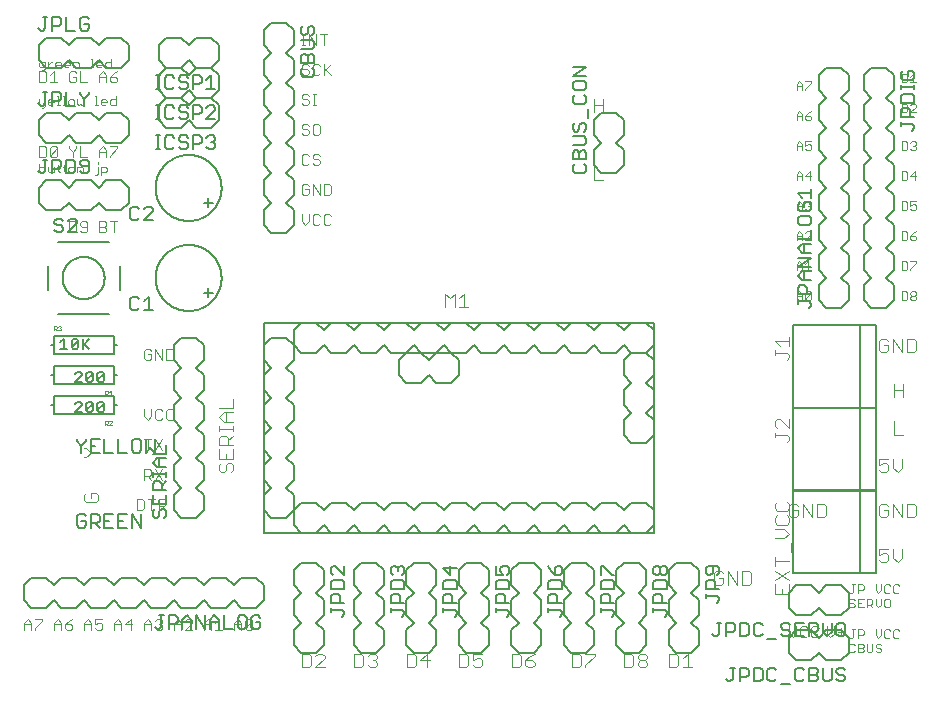
<source format=gto>
G75*
%MOIN*%
%OFA0B0*%
%FSLAX25Y25*%
%IPPOS*%
%LPD*%
%AMOC8*
5,1,8,0,0,1.08239X$1,22.5*
%
%ADD10C,0.00300*%
%ADD11C,0.00400*%
%ADD12C,0.00500*%
%ADD13C,0.00800*%
%ADD14C,0.00100*%
%ADD15C,0.00600*%
D10*
X0006950Y0020017D02*
X0006950Y0022485D01*
X0008184Y0023720D01*
X0009419Y0022485D01*
X0009419Y0020017D01*
X0010633Y0020017D02*
X0010633Y0020634D01*
X0013102Y0023103D01*
X0013102Y0023720D01*
X0010633Y0023720D01*
X0009419Y0021868D02*
X0006950Y0021868D01*
X0016950Y0021868D02*
X0019419Y0021868D01*
X0019419Y0022485D02*
X0019419Y0020017D01*
X0020633Y0020634D02*
X0021250Y0020017D01*
X0022485Y0020017D01*
X0023102Y0020634D01*
X0023102Y0021251D01*
X0022485Y0021868D01*
X0020633Y0021868D01*
X0020633Y0020634D01*
X0020633Y0021868D02*
X0021868Y0023103D01*
X0023102Y0023720D01*
X0019419Y0022485D02*
X0018184Y0023720D01*
X0016950Y0022485D01*
X0016950Y0020017D01*
X0026950Y0020017D02*
X0026950Y0022485D01*
X0028184Y0023720D01*
X0029419Y0022485D01*
X0029419Y0020017D01*
X0030633Y0020634D02*
X0031250Y0020017D01*
X0032485Y0020017D01*
X0033102Y0020634D01*
X0033102Y0021868D01*
X0032485Y0022485D01*
X0031868Y0022485D01*
X0030633Y0021868D01*
X0030633Y0023720D01*
X0033102Y0023720D01*
X0036950Y0022485D02*
X0038184Y0023720D01*
X0039419Y0022485D01*
X0039419Y0020017D01*
X0039419Y0021868D02*
X0036950Y0021868D01*
X0036950Y0022485D02*
X0036950Y0020017D01*
X0040633Y0021868D02*
X0042485Y0023720D01*
X0042485Y0020017D01*
X0043102Y0021868D02*
X0040633Y0021868D01*
X0046950Y0021868D02*
X0049419Y0021868D01*
X0049419Y0022485D02*
X0049419Y0020017D01*
X0050633Y0020634D02*
X0051250Y0020017D01*
X0052485Y0020017D01*
X0053102Y0020634D01*
X0053102Y0021251D01*
X0052485Y0021868D01*
X0051868Y0021868D01*
X0052485Y0021868D02*
X0053102Y0022485D01*
X0053102Y0023103D01*
X0052485Y0023720D01*
X0051250Y0023720D01*
X0050633Y0023103D01*
X0049419Y0022485D02*
X0048184Y0023720D01*
X0046950Y0022485D01*
X0046950Y0020017D01*
X0056950Y0020017D02*
X0056950Y0022485D01*
X0058184Y0023720D01*
X0059419Y0022485D01*
X0059419Y0020017D01*
X0060633Y0020017D02*
X0063102Y0022485D01*
X0063102Y0023103D01*
X0062485Y0023720D01*
X0061250Y0023720D01*
X0060633Y0023103D01*
X0059419Y0021868D02*
X0056950Y0021868D01*
X0060633Y0020017D02*
X0063102Y0020017D01*
X0066950Y0020017D02*
X0066950Y0022485D01*
X0068184Y0023720D01*
X0069419Y0022485D01*
X0069419Y0020017D01*
X0070633Y0020017D02*
X0073102Y0020017D01*
X0071868Y0020017D02*
X0071868Y0023720D01*
X0070633Y0022485D01*
X0069419Y0021868D02*
X0066950Y0021868D01*
X0076950Y0021868D02*
X0079419Y0021868D01*
X0079419Y0022485D02*
X0079419Y0020017D01*
X0080633Y0020634D02*
X0083102Y0023103D01*
X0083102Y0020634D01*
X0082485Y0020017D01*
X0081250Y0020017D01*
X0080633Y0020634D01*
X0080633Y0023103D01*
X0081250Y0023720D01*
X0082485Y0023720D01*
X0083102Y0023103D01*
X0079419Y0022485D02*
X0078184Y0023720D01*
X0076950Y0022485D01*
X0076950Y0020017D01*
X0029419Y0021868D02*
X0026950Y0021868D01*
X0044450Y0060017D02*
X0046302Y0060017D01*
X0046919Y0060634D01*
X0046919Y0063103D01*
X0046302Y0063720D01*
X0044450Y0063720D01*
X0044450Y0060017D01*
X0049368Y0060017D02*
X0049368Y0063720D01*
X0050602Y0063720D02*
X0048133Y0063720D01*
X0051816Y0063720D02*
X0053668Y0063720D01*
X0054285Y0063103D01*
X0054285Y0061868D01*
X0053668Y0061251D01*
X0051816Y0061251D01*
X0051816Y0060017D02*
X0051816Y0063720D01*
X0053051Y0061251D02*
X0054285Y0060017D01*
X0053102Y0070017D02*
X0050633Y0073720D01*
X0049419Y0073103D02*
X0049419Y0071868D01*
X0048802Y0071251D01*
X0046950Y0071251D01*
X0046950Y0070017D02*
X0046950Y0073720D01*
X0048802Y0073720D01*
X0049419Y0073103D01*
X0048184Y0071251D02*
X0049419Y0070017D01*
X0050633Y0070017D02*
X0053102Y0073720D01*
X0053102Y0080017D02*
X0050633Y0083720D01*
X0049419Y0083720D02*
X0046950Y0083720D01*
X0048184Y0083720D02*
X0048184Y0080017D01*
X0050633Y0080017D02*
X0053102Y0083720D01*
X0052485Y0090017D02*
X0053102Y0090634D01*
X0052485Y0090017D02*
X0051250Y0090017D01*
X0050633Y0090634D01*
X0050633Y0093103D01*
X0051250Y0093720D01*
X0052485Y0093720D01*
X0053102Y0093103D01*
X0054316Y0093103D02*
X0054316Y0090634D01*
X0054933Y0090017D01*
X0056168Y0090017D01*
X0056785Y0090634D01*
X0056785Y0093103D02*
X0056168Y0093720D01*
X0054933Y0093720D01*
X0054316Y0093103D01*
X0049419Y0093720D02*
X0049419Y0091251D01*
X0048184Y0090017D01*
X0046950Y0091251D01*
X0046950Y0093720D01*
X0047567Y0110017D02*
X0048802Y0110017D01*
X0049419Y0110634D01*
X0049419Y0111868D01*
X0048184Y0111868D01*
X0046950Y0110634D02*
X0047567Y0110017D01*
X0046950Y0110634D02*
X0046950Y0113103D01*
X0047567Y0113720D01*
X0048802Y0113720D01*
X0049419Y0113103D01*
X0050633Y0113720D02*
X0053102Y0110017D01*
X0053102Y0113720D01*
X0054316Y0113720D02*
X0056168Y0113720D01*
X0056785Y0113103D01*
X0056785Y0110634D01*
X0056168Y0110017D01*
X0054316Y0110017D01*
X0054316Y0113720D01*
X0050633Y0113720D02*
X0050633Y0110017D01*
X0036868Y0152517D02*
X0036868Y0156220D01*
X0038102Y0156220D02*
X0035633Y0156220D01*
X0034419Y0155603D02*
X0034419Y0154985D01*
X0033802Y0154368D01*
X0031950Y0154368D01*
X0031950Y0152517D02*
X0033802Y0152517D01*
X0034419Y0153134D01*
X0034419Y0153751D01*
X0033802Y0154368D01*
X0034419Y0155603D02*
X0033802Y0156220D01*
X0031950Y0156220D01*
X0031950Y0152517D01*
X0028102Y0153134D02*
X0028102Y0155603D01*
X0027485Y0156220D01*
X0026250Y0156220D01*
X0025633Y0155603D01*
X0025633Y0154985D01*
X0026250Y0154368D01*
X0028102Y0154368D01*
X0028102Y0153134D02*
X0027485Y0152517D01*
X0026250Y0152517D01*
X0025633Y0153134D01*
X0024419Y0153134D02*
X0024419Y0155603D01*
X0023802Y0156220D01*
X0021950Y0156220D01*
X0021950Y0152517D01*
X0023802Y0152517D01*
X0024419Y0153134D01*
X0024718Y0172517D02*
X0024718Y0174452D01*
X0026169Y0174452D01*
X0026653Y0173968D01*
X0026653Y0172517D01*
X0023707Y0173000D02*
X0023707Y0173968D01*
X0023223Y0174452D01*
X0022255Y0174452D01*
X0021772Y0173968D01*
X0021772Y0173000D01*
X0022255Y0172517D01*
X0023223Y0172517D01*
X0023707Y0173000D01*
X0020775Y0172517D02*
X0020291Y0173000D01*
X0020291Y0174935D01*
X0019807Y0174452D02*
X0020775Y0174452D01*
X0018811Y0174452D02*
X0017843Y0174452D01*
X0018327Y0174935D02*
X0018327Y0173000D01*
X0018811Y0172517D01*
X0016831Y0172517D02*
X0016831Y0174452D01*
X0014897Y0174452D02*
X0014897Y0173000D01*
X0015380Y0172517D01*
X0016831Y0172517D01*
X0013885Y0173000D02*
X0013885Y0173968D01*
X0013401Y0174452D01*
X0011950Y0174452D01*
X0011950Y0175419D02*
X0011950Y0172517D01*
X0013401Y0172517D01*
X0013885Y0173000D01*
X0013802Y0177517D02*
X0011950Y0177517D01*
X0011950Y0181220D01*
X0013802Y0181220D01*
X0014419Y0180603D01*
X0014419Y0178134D01*
X0013802Y0177517D01*
X0015633Y0178134D02*
X0018102Y0180603D01*
X0018102Y0178134D01*
X0017485Y0177517D01*
X0016250Y0177517D01*
X0015633Y0178134D01*
X0015633Y0180603D01*
X0016250Y0181220D01*
X0017485Y0181220D01*
X0018102Y0180603D01*
X0021950Y0180603D02*
X0023184Y0179368D01*
X0023184Y0177517D01*
X0023184Y0179368D02*
X0024419Y0180603D01*
X0024419Y0181220D01*
X0025633Y0181220D02*
X0025633Y0177517D01*
X0028102Y0177517D01*
X0031579Y0175903D02*
X0031579Y0175419D01*
X0031579Y0174452D02*
X0031579Y0172033D01*
X0031095Y0171549D01*
X0030611Y0171549D01*
X0032576Y0171549D02*
X0032576Y0174452D01*
X0034027Y0174452D01*
X0034511Y0173968D01*
X0034511Y0173000D01*
X0034027Y0172517D01*
X0032576Y0172517D01*
X0031950Y0177517D02*
X0031950Y0179985D01*
X0033184Y0181220D01*
X0034419Y0179985D01*
X0034419Y0177517D01*
X0035633Y0177517D02*
X0035633Y0178134D01*
X0038102Y0180603D01*
X0038102Y0181220D01*
X0035633Y0181220D01*
X0034419Y0179368D02*
X0031950Y0179368D01*
X0021950Y0180603D02*
X0021950Y0181220D01*
X0013401Y0194049D02*
X0012917Y0194049D01*
X0013401Y0194049D02*
X0013885Y0194533D01*
X0013885Y0196952D01*
X0014897Y0196468D02*
X0015380Y0196952D01*
X0016348Y0196952D01*
X0016831Y0196468D01*
X0016831Y0195984D01*
X0014897Y0195984D01*
X0014897Y0195500D02*
X0014897Y0196468D01*
X0014897Y0195500D02*
X0015380Y0195017D01*
X0016348Y0195017D01*
X0017843Y0195017D02*
X0018811Y0195017D01*
X0018327Y0195017D02*
X0018327Y0197919D01*
X0017843Y0197919D01*
X0019807Y0197919D02*
X0020291Y0197919D01*
X0020291Y0195017D01*
X0019807Y0195017D02*
X0020775Y0195017D01*
X0021772Y0195500D02*
X0022255Y0195017D01*
X0023223Y0195017D01*
X0023707Y0195500D01*
X0023707Y0196468D01*
X0023223Y0196952D01*
X0022255Y0196952D01*
X0021772Y0196468D01*
X0021772Y0195500D01*
X0024718Y0195500D02*
X0025202Y0195017D01*
X0025686Y0195500D01*
X0026169Y0195017D01*
X0026653Y0195500D01*
X0026653Y0196952D01*
X0024718Y0196952D02*
X0024718Y0195500D01*
X0030611Y0195017D02*
X0031579Y0195017D01*
X0031095Y0195017D02*
X0031095Y0197919D01*
X0030611Y0197919D01*
X0032576Y0196468D02*
X0033059Y0196952D01*
X0034027Y0196952D01*
X0034511Y0196468D01*
X0034511Y0195984D01*
X0032576Y0195984D01*
X0032576Y0195500D02*
X0032576Y0196468D01*
X0032576Y0195500D02*
X0033059Y0195017D01*
X0034027Y0195017D01*
X0035522Y0195500D02*
X0035522Y0196468D01*
X0036006Y0196952D01*
X0037457Y0196952D01*
X0037457Y0197919D02*
X0037457Y0195017D01*
X0036006Y0195017D01*
X0035522Y0195500D01*
X0036250Y0202517D02*
X0037485Y0202517D01*
X0038102Y0203134D01*
X0038102Y0203751D01*
X0037485Y0204368D01*
X0035633Y0204368D01*
X0035633Y0203134D01*
X0036250Y0202517D01*
X0034419Y0202517D02*
X0034419Y0204985D01*
X0033184Y0206220D01*
X0031950Y0204985D01*
X0031950Y0202517D01*
X0031950Y0204368D02*
X0034419Y0204368D01*
X0035633Y0204368D02*
X0036868Y0205603D01*
X0038102Y0206220D01*
X0035984Y0207517D02*
X0035984Y0210419D01*
X0035984Y0209452D02*
X0034533Y0209452D01*
X0034049Y0208968D01*
X0034049Y0208000D01*
X0034533Y0207517D01*
X0035984Y0207517D01*
X0033037Y0208484D02*
X0031102Y0208484D01*
X0031102Y0208000D02*
X0031102Y0208968D01*
X0031586Y0209452D01*
X0032554Y0209452D01*
X0033037Y0208968D01*
X0033037Y0208484D01*
X0032554Y0207517D02*
X0031586Y0207517D01*
X0031102Y0208000D01*
X0030105Y0207517D02*
X0029138Y0207517D01*
X0029622Y0207517D02*
X0029622Y0210419D01*
X0029138Y0210419D01*
X0025180Y0208968D02*
X0025180Y0207517D01*
X0025633Y0206220D02*
X0025633Y0202517D01*
X0028102Y0202517D01*
X0024419Y0203134D02*
X0024419Y0204368D01*
X0023184Y0204368D01*
X0021950Y0205603D02*
X0021950Y0203134D01*
X0022567Y0202517D01*
X0023802Y0202517D01*
X0024419Y0203134D01*
X0024419Y0205603D02*
X0023802Y0206220D01*
X0022567Y0206220D01*
X0021950Y0205603D01*
X0021750Y0207517D02*
X0020782Y0207517D01*
X0020298Y0208000D01*
X0020298Y0208968D01*
X0020782Y0209452D01*
X0021750Y0209452D01*
X0022233Y0208968D01*
X0022233Y0208484D01*
X0020298Y0208484D01*
X0019287Y0208484D02*
X0017352Y0208484D01*
X0017352Y0208000D02*
X0017352Y0208968D01*
X0017836Y0209452D01*
X0018803Y0209452D01*
X0019287Y0208968D01*
X0019287Y0208484D01*
X0018803Y0207517D02*
X0017836Y0207517D01*
X0017352Y0208000D01*
X0016348Y0209452D02*
X0015864Y0209452D01*
X0014897Y0208484D01*
X0014897Y0207517D02*
X0014897Y0209452D01*
X0013885Y0209452D02*
X0012434Y0209452D01*
X0011950Y0208968D01*
X0011950Y0208000D01*
X0012434Y0207517D01*
X0013885Y0207517D01*
X0013885Y0207033D02*
X0013885Y0209452D01*
X0013885Y0207033D02*
X0013401Y0206549D01*
X0012917Y0206549D01*
X0013802Y0206220D02*
X0011950Y0206220D01*
X0011950Y0202517D01*
X0013802Y0202517D01*
X0014419Y0203134D01*
X0014419Y0205603D01*
X0013802Y0206220D01*
X0015633Y0204985D02*
X0016868Y0206220D01*
X0016868Y0202517D01*
X0018102Y0202517D02*
X0015633Y0202517D01*
X0011950Y0196952D02*
X0011950Y0195500D01*
X0012434Y0195017D01*
X0013885Y0195017D01*
X0023245Y0207517D02*
X0023245Y0209452D01*
X0024696Y0209452D01*
X0025180Y0208968D01*
X0099450Y0208103D02*
X0099450Y0207485D01*
X0100067Y0206868D01*
X0101302Y0206868D01*
X0101919Y0206251D01*
X0101919Y0205634D01*
X0101302Y0205017D01*
X0100067Y0205017D01*
X0099450Y0205634D01*
X0099450Y0208103D02*
X0100067Y0208720D01*
X0101302Y0208720D01*
X0101919Y0208103D01*
X0103133Y0208103D02*
X0103133Y0205634D01*
X0103750Y0205017D01*
X0104985Y0205017D01*
X0105602Y0205634D01*
X0106816Y0206251D02*
X0109285Y0208720D01*
X0106816Y0208720D02*
X0106816Y0205017D01*
X0107433Y0206868D02*
X0109285Y0205017D01*
X0105602Y0208103D02*
X0104985Y0208720D01*
X0103750Y0208720D01*
X0103133Y0208103D01*
X0101905Y0215017D02*
X0101905Y0218720D01*
X0104374Y0215017D01*
X0104374Y0218720D01*
X0105589Y0218720D02*
X0108057Y0218720D01*
X0106823Y0218720D02*
X0106823Y0215017D01*
X0100684Y0215017D02*
X0099450Y0215017D01*
X0100067Y0215017D02*
X0100067Y0218720D01*
X0099450Y0218720D02*
X0100684Y0218720D01*
X0100067Y0198720D02*
X0099450Y0198103D01*
X0099450Y0197485D01*
X0100067Y0196868D01*
X0101302Y0196868D01*
X0101919Y0196251D01*
X0101919Y0195634D01*
X0101302Y0195017D01*
X0100067Y0195017D01*
X0099450Y0195634D01*
X0100067Y0198720D02*
X0101302Y0198720D01*
X0101919Y0198103D01*
X0103133Y0198720D02*
X0104368Y0198720D01*
X0103750Y0198720D02*
X0103750Y0195017D01*
X0103133Y0195017D02*
X0104368Y0195017D01*
X0104985Y0188720D02*
X0105602Y0188103D01*
X0105602Y0185634D01*
X0104985Y0185017D01*
X0103750Y0185017D01*
X0103133Y0185634D01*
X0103133Y0188103D01*
X0103750Y0188720D01*
X0104985Y0188720D01*
X0101919Y0188103D02*
X0101302Y0188720D01*
X0100067Y0188720D01*
X0099450Y0188103D01*
X0099450Y0187485D01*
X0100067Y0186868D01*
X0101302Y0186868D01*
X0101919Y0186251D01*
X0101919Y0185634D01*
X0101302Y0185017D01*
X0100067Y0185017D01*
X0099450Y0185634D01*
X0100067Y0178720D02*
X0099450Y0178103D01*
X0099450Y0175634D01*
X0100067Y0175017D01*
X0101302Y0175017D01*
X0101919Y0175634D01*
X0103133Y0175634D02*
X0103750Y0175017D01*
X0104985Y0175017D01*
X0105602Y0175634D01*
X0105602Y0176251D01*
X0104985Y0176868D01*
X0103750Y0176868D01*
X0103133Y0177485D01*
X0103133Y0178103D01*
X0103750Y0178720D01*
X0104985Y0178720D01*
X0105602Y0178103D01*
X0101919Y0178103D02*
X0101302Y0178720D01*
X0100067Y0178720D01*
X0100067Y0168720D02*
X0099450Y0168103D01*
X0099450Y0165634D01*
X0100067Y0165017D01*
X0101302Y0165017D01*
X0101919Y0165634D01*
X0101919Y0166868D01*
X0100684Y0166868D01*
X0101919Y0168103D02*
X0101302Y0168720D01*
X0100067Y0168720D01*
X0103133Y0168720D02*
X0105602Y0165017D01*
X0105602Y0168720D01*
X0106816Y0168720D02*
X0108668Y0168720D01*
X0109285Y0168103D01*
X0109285Y0165634D01*
X0108668Y0165017D01*
X0106816Y0165017D01*
X0106816Y0168720D01*
X0103133Y0168720D02*
X0103133Y0165017D01*
X0103750Y0158720D02*
X0103133Y0158103D01*
X0103133Y0155634D01*
X0103750Y0155017D01*
X0104985Y0155017D01*
X0105602Y0155634D01*
X0106816Y0155634D02*
X0107433Y0155017D01*
X0108668Y0155017D01*
X0109285Y0155634D01*
X0109285Y0158103D02*
X0108668Y0158720D01*
X0107433Y0158720D01*
X0106816Y0158103D01*
X0106816Y0155634D01*
X0105602Y0158103D02*
X0104985Y0158720D01*
X0103750Y0158720D01*
X0101919Y0158720D02*
X0101919Y0156251D01*
X0100684Y0155017D01*
X0099450Y0156251D01*
X0099450Y0158720D01*
X0264450Y0160017D02*
X0264450Y0161952D01*
X0265417Y0162919D01*
X0266385Y0161952D01*
X0266385Y0160017D01*
X0267397Y0160500D02*
X0267880Y0160017D01*
X0268848Y0160017D01*
X0269331Y0160500D01*
X0269331Y0160984D01*
X0268848Y0161468D01*
X0268364Y0161468D01*
X0268848Y0161468D02*
X0269331Y0161952D01*
X0269331Y0162435D01*
X0268848Y0162919D01*
X0267880Y0162919D01*
X0267397Y0162435D01*
X0266385Y0161468D02*
X0264450Y0161468D01*
X0265417Y0152919D02*
X0266385Y0151952D01*
X0266385Y0150017D01*
X0267397Y0150017D02*
X0269331Y0151952D01*
X0269331Y0152435D01*
X0268848Y0152919D01*
X0267880Y0152919D01*
X0267397Y0152435D01*
X0266385Y0151468D02*
X0264450Y0151468D01*
X0264450Y0151952D02*
X0265417Y0152919D01*
X0264450Y0151952D02*
X0264450Y0150017D01*
X0267397Y0150017D02*
X0269331Y0150017D01*
X0268364Y0142919D02*
X0268364Y0140017D01*
X0267397Y0140017D02*
X0269331Y0140017D01*
X0267397Y0141952D02*
X0268364Y0142919D01*
X0266385Y0141952D02*
X0266385Y0140017D01*
X0266385Y0141468D02*
X0264450Y0141468D01*
X0264450Y0141952D02*
X0265417Y0142919D01*
X0266385Y0141952D01*
X0264450Y0141952D02*
X0264450Y0140017D01*
X0265417Y0132919D02*
X0266385Y0131952D01*
X0266385Y0130017D01*
X0267397Y0130500D02*
X0269331Y0132435D01*
X0269331Y0130500D01*
X0268848Y0130017D01*
X0267880Y0130017D01*
X0267397Y0130500D01*
X0267397Y0132435D01*
X0267880Y0132919D01*
X0268848Y0132919D01*
X0269331Y0132435D01*
X0266385Y0131468D02*
X0264450Y0131468D01*
X0264450Y0131952D02*
X0265417Y0132919D01*
X0264450Y0131952D02*
X0264450Y0130017D01*
X0299450Y0130017D02*
X0300901Y0130017D01*
X0301385Y0130500D01*
X0301385Y0132435D01*
X0300901Y0132919D01*
X0299450Y0132919D01*
X0299450Y0130017D01*
X0302397Y0130500D02*
X0302397Y0130984D01*
X0302880Y0131468D01*
X0303848Y0131468D01*
X0304331Y0130984D01*
X0304331Y0130500D01*
X0303848Y0130017D01*
X0302880Y0130017D01*
X0302397Y0130500D01*
X0302880Y0131468D02*
X0302397Y0131952D01*
X0302397Y0132435D01*
X0302880Y0132919D01*
X0303848Y0132919D01*
X0304331Y0132435D01*
X0304331Y0131952D01*
X0303848Y0131468D01*
X0302397Y0140017D02*
X0302397Y0140500D01*
X0304331Y0142435D01*
X0304331Y0142919D01*
X0302397Y0142919D01*
X0301385Y0142435D02*
X0300901Y0142919D01*
X0299450Y0142919D01*
X0299450Y0140017D01*
X0300901Y0140017D01*
X0301385Y0140500D01*
X0301385Y0142435D01*
X0300901Y0150017D02*
X0299450Y0150017D01*
X0299450Y0152919D01*
X0300901Y0152919D01*
X0301385Y0152435D01*
X0301385Y0150500D01*
X0300901Y0150017D01*
X0302397Y0150500D02*
X0302880Y0150017D01*
X0303848Y0150017D01*
X0304331Y0150500D01*
X0304331Y0150984D01*
X0303848Y0151468D01*
X0302397Y0151468D01*
X0302397Y0150500D01*
X0302397Y0151468D02*
X0303364Y0152435D01*
X0304331Y0152919D01*
X0303848Y0160017D02*
X0302880Y0160017D01*
X0302397Y0160500D01*
X0302397Y0161468D02*
X0303364Y0161952D01*
X0303848Y0161952D01*
X0304331Y0161468D01*
X0304331Y0160500D01*
X0303848Y0160017D01*
X0302397Y0161468D02*
X0302397Y0162919D01*
X0304331Y0162919D01*
X0301385Y0162435D02*
X0301385Y0160500D01*
X0300901Y0160017D01*
X0299450Y0160017D01*
X0299450Y0162919D01*
X0300901Y0162919D01*
X0301385Y0162435D01*
X0300901Y0170017D02*
X0299450Y0170017D01*
X0299450Y0172919D01*
X0300901Y0172919D01*
X0301385Y0172435D01*
X0301385Y0170500D01*
X0300901Y0170017D01*
X0302397Y0171468D02*
X0304331Y0171468D01*
X0303848Y0172919D02*
X0302397Y0171468D01*
X0303848Y0170017D02*
X0303848Y0172919D01*
X0303848Y0180017D02*
X0302880Y0180017D01*
X0302397Y0180500D01*
X0301385Y0180500D02*
X0301385Y0182435D01*
X0300901Y0182919D01*
X0299450Y0182919D01*
X0299450Y0180017D01*
X0300901Y0180017D01*
X0301385Y0180500D01*
X0302397Y0182435D02*
X0302880Y0182919D01*
X0303848Y0182919D01*
X0304331Y0182435D01*
X0304331Y0181952D01*
X0303848Y0181468D01*
X0304331Y0180984D01*
X0304331Y0180500D01*
X0303848Y0180017D01*
X0303848Y0181468D02*
X0303364Y0181468D01*
X0302397Y0192517D02*
X0304331Y0194452D01*
X0304331Y0194935D01*
X0303848Y0195419D01*
X0302880Y0195419D01*
X0302397Y0194935D01*
X0301385Y0194935D02*
X0300901Y0195419D01*
X0299450Y0195419D01*
X0299450Y0192517D01*
X0300901Y0192517D01*
X0301385Y0193000D01*
X0301385Y0194935D01*
X0302397Y0192517D02*
X0304331Y0192517D01*
X0304331Y0202517D02*
X0302397Y0202517D01*
X0303364Y0202517D02*
X0303364Y0205419D01*
X0302397Y0204452D01*
X0301385Y0204935D02*
X0300901Y0205419D01*
X0299450Y0205419D01*
X0299450Y0202517D01*
X0300901Y0202517D01*
X0301385Y0203000D01*
X0301385Y0204935D01*
X0269331Y0202919D02*
X0269331Y0202435D01*
X0267397Y0200500D01*
X0267397Y0200017D01*
X0266385Y0200017D02*
X0266385Y0201952D01*
X0265417Y0202919D01*
X0264450Y0201952D01*
X0264450Y0200017D01*
X0264450Y0201468D02*
X0266385Y0201468D01*
X0267397Y0202919D02*
X0269331Y0202919D01*
X0269331Y0192919D02*
X0268364Y0192435D01*
X0267397Y0191468D01*
X0268848Y0191468D01*
X0269331Y0190984D01*
X0269331Y0190500D01*
X0268848Y0190017D01*
X0267880Y0190017D01*
X0267397Y0190500D01*
X0267397Y0191468D01*
X0266385Y0191468D02*
X0264450Y0191468D01*
X0264450Y0191952D02*
X0265417Y0192919D01*
X0266385Y0191952D01*
X0266385Y0190017D01*
X0264450Y0190017D02*
X0264450Y0191952D01*
X0265417Y0182919D02*
X0266385Y0181952D01*
X0266385Y0180017D01*
X0267397Y0180500D02*
X0267880Y0180017D01*
X0268848Y0180017D01*
X0269331Y0180500D01*
X0269331Y0181468D01*
X0268848Y0181952D01*
X0268364Y0181952D01*
X0267397Y0181468D01*
X0267397Y0182919D01*
X0269331Y0182919D01*
X0266385Y0181468D02*
X0264450Y0181468D01*
X0264450Y0181952D02*
X0265417Y0182919D01*
X0264450Y0181952D02*
X0264450Y0180017D01*
X0265417Y0172919D02*
X0266385Y0171952D01*
X0266385Y0170017D01*
X0266385Y0171468D02*
X0264450Y0171468D01*
X0264450Y0171952D02*
X0265417Y0172919D01*
X0264450Y0171952D02*
X0264450Y0170017D01*
X0267397Y0171468D02*
X0269331Y0171468D01*
X0268848Y0172919D02*
X0267397Y0171468D01*
X0268848Y0170017D02*
X0268848Y0172919D01*
X0282917Y0035219D02*
X0283885Y0035219D01*
X0283401Y0035219D02*
X0283401Y0032800D01*
X0282917Y0032317D01*
X0282434Y0032317D01*
X0281950Y0032800D01*
X0284897Y0032317D02*
X0284897Y0035219D01*
X0286348Y0035219D01*
X0286831Y0034735D01*
X0286831Y0033768D01*
X0286348Y0033284D01*
X0284897Y0033284D01*
X0284897Y0030419D02*
X0284897Y0027517D01*
X0286831Y0027517D01*
X0287843Y0027517D02*
X0287843Y0030419D01*
X0289294Y0030419D01*
X0289778Y0029935D01*
X0289778Y0028968D01*
X0289294Y0028484D01*
X0287843Y0028484D01*
X0288811Y0028484D02*
X0289778Y0027517D01*
X0290790Y0028484D02*
X0291757Y0027517D01*
X0292725Y0028484D01*
X0292725Y0030419D01*
X0293736Y0029935D02*
X0293736Y0028000D01*
X0294220Y0027517D01*
X0295187Y0027517D01*
X0295671Y0028000D01*
X0295671Y0029935D01*
X0295187Y0030419D01*
X0294220Y0030419D01*
X0293736Y0029935D01*
X0294220Y0032317D02*
X0295187Y0032317D01*
X0295671Y0032800D01*
X0296683Y0032800D02*
X0297166Y0032317D01*
X0298134Y0032317D01*
X0298618Y0032800D01*
X0298618Y0034735D02*
X0298134Y0035219D01*
X0297166Y0035219D01*
X0296683Y0034735D01*
X0296683Y0032800D01*
X0295671Y0034735D02*
X0295187Y0035219D01*
X0294220Y0035219D01*
X0293736Y0034735D01*
X0293736Y0032800D01*
X0294220Y0032317D01*
X0292725Y0033284D02*
X0292725Y0035219D01*
X0292725Y0033284D02*
X0291757Y0032317D01*
X0290790Y0033284D01*
X0290790Y0035219D01*
X0290790Y0030419D02*
X0290790Y0028484D01*
X0286831Y0030419D02*
X0284897Y0030419D01*
X0283885Y0029935D02*
X0283401Y0030419D01*
X0282434Y0030419D01*
X0281950Y0029935D01*
X0281950Y0029452D01*
X0282434Y0028968D01*
X0283401Y0028968D01*
X0283885Y0028484D01*
X0283885Y0028000D01*
X0283401Y0027517D01*
X0282434Y0027517D01*
X0281950Y0028000D01*
X0284897Y0028968D02*
X0285864Y0028968D01*
X0276919Y0021220D02*
X0276919Y0018751D01*
X0275684Y0017517D01*
X0274450Y0018751D01*
X0274450Y0021220D01*
X0271785Y0020603D02*
X0271168Y0021220D01*
X0269933Y0021220D01*
X0269316Y0020603D01*
X0269316Y0018134D01*
X0269933Y0017517D01*
X0271168Y0017517D01*
X0271785Y0018134D01*
X0268102Y0018134D02*
X0267485Y0017517D01*
X0266250Y0017517D01*
X0265633Y0018134D01*
X0265633Y0020603D01*
X0266250Y0021220D01*
X0267485Y0021220D01*
X0268102Y0020603D01*
X0264419Y0021220D02*
X0264419Y0018751D01*
X0263184Y0017517D01*
X0261950Y0018751D01*
X0261950Y0021220D01*
X0278133Y0019368D02*
X0280602Y0019368D01*
X0279368Y0020603D02*
X0279368Y0018134D01*
X0281950Y0017800D02*
X0282434Y0017317D01*
X0282917Y0017317D01*
X0283401Y0017800D01*
X0283401Y0020219D01*
X0282917Y0020219D02*
X0283885Y0020219D01*
X0284897Y0020219D02*
X0284897Y0017317D01*
X0284897Y0018284D02*
X0286348Y0018284D01*
X0286831Y0018768D01*
X0286831Y0019735D01*
X0286348Y0020219D01*
X0284897Y0020219D01*
X0284897Y0015419D02*
X0286348Y0015419D01*
X0286831Y0014935D01*
X0286831Y0014452D01*
X0286348Y0013968D01*
X0284897Y0013968D01*
X0283885Y0014935D02*
X0283401Y0015419D01*
X0282434Y0015419D01*
X0281950Y0014935D01*
X0281950Y0013000D01*
X0282434Y0012517D01*
X0283401Y0012517D01*
X0283885Y0013000D01*
X0284897Y0012517D02*
X0284897Y0015419D01*
X0286348Y0013968D02*
X0286831Y0013484D01*
X0286831Y0013000D01*
X0286348Y0012517D01*
X0284897Y0012517D01*
X0287843Y0013000D02*
X0287843Y0015419D01*
X0289778Y0015419D02*
X0289778Y0013000D01*
X0289294Y0012517D01*
X0288327Y0012517D01*
X0287843Y0013000D01*
X0290790Y0013000D02*
X0291273Y0012517D01*
X0292241Y0012517D01*
X0292725Y0013000D01*
X0292725Y0013484D01*
X0292241Y0013968D01*
X0291273Y0013968D01*
X0290790Y0014452D01*
X0290790Y0014935D01*
X0291273Y0015419D01*
X0292241Y0015419D01*
X0292725Y0014935D01*
X0291757Y0017317D02*
X0292725Y0018284D01*
X0292725Y0020219D01*
X0293736Y0019735D02*
X0293736Y0017800D01*
X0294220Y0017317D01*
X0295187Y0017317D01*
X0295671Y0017800D01*
X0296683Y0017800D02*
X0296683Y0019735D01*
X0297166Y0020219D01*
X0298134Y0020219D01*
X0298618Y0019735D01*
X0298618Y0017800D02*
X0298134Y0017317D01*
X0297166Y0017317D01*
X0296683Y0017800D01*
X0295671Y0019735D02*
X0295187Y0020219D01*
X0294220Y0020219D01*
X0293736Y0019735D01*
X0290790Y0020219D02*
X0290790Y0018284D01*
X0291757Y0017317D01*
D11*
X0261915Y0032150D02*
X0261915Y0035219D01*
X0261915Y0036754D02*
X0257311Y0039823D01*
X0257311Y0041358D02*
X0257311Y0044427D01*
X0257311Y0042893D02*
X0261915Y0042893D01*
X0261915Y0039823D02*
X0257311Y0036754D01*
X0257311Y0035219D02*
X0257311Y0032150D01*
X0261915Y0032150D01*
X0259613Y0032150D02*
X0259613Y0033685D01*
X0249277Y0035834D02*
X0248510Y0035067D01*
X0246208Y0035067D01*
X0246208Y0039671D01*
X0248510Y0039671D01*
X0249277Y0038903D01*
X0249277Y0035834D01*
X0244673Y0035067D02*
X0244673Y0039671D01*
X0241604Y0039671D02*
X0244673Y0035067D01*
X0241604Y0035067D02*
X0241604Y0039671D01*
X0240069Y0038903D02*
X0239302Y0039671D01*
X0237767Y0039671D01*
X0237000Y0038903D01*
X0237000Y0035834D01*
X0237767Y0035067D01*
X0239302Y0035067D01*
X0240069Y0035834D01*
X0240069Y0037369D01*
X0238535Y0037369D01*
X0257311Y0050566D02*
X0260380Y0050566D01*
X0261915Y0052100D01*
X0260380Y0053635D01*
X0257311Y0053635D01*
X0258078Y0055170D02*
X0261148Y0055170D01*
X0261915Y0055937D01*
X0261915Y0057472D01*
X0261148Y0058239D01*
X0262000Y0058334D02*
X0262767Y0057567D01*
X0264302Y0057567D01*
X0265069Y0058334D01*
X0265069Y0059869D01*
X0263535Y0059869D01*
X0261915Y0060541D02*
X0261915Y0062076D01*
X0261148Y0062843D01*
X0262000Y0061403D02*
X0262000Y0058334D01*
X0261148Y0059774D02*
X0258078Y0059774D01*
X0257311Y0060541D01*
X0257311Y0062076D01*
X0258078Y0062843D01*
X0262000Y0061403D02*
X0262767Y0062171D01*
X0264302Y0062171D01*
X0265069Y0061403D01*
X0266604Y0062171D02*
X0269673Y0057567D01*
X0269673Y0062171D01*
X0271208Y0062171D02*
X0273510Y0062171D01*
X0274277Y0061403D01*
X0274277Y0058334D01*
X0273510Y0057567D01*
X0271208Y0057567D01*
X0271208Y0062171D01*
X0266604Y0062171D02*
X0266604Y0057567D01*
X0261915Y0060541D02*
X0261148Y0059774D01*
X0258078Y0058239D02*
X0257311Y0057472D01*
X0257311Y0055937D01*
X0258078Y0055170D01*
X0262682Y0049031D02*
X0262682Y0045962D01*
X0292000Y0044869D02*
X0293535Y0045636D01*
X0294302Y0045636D01*
X0295069Y0044869D01*
X0295069Y0043334D01*
X0294302Y0042567D01*
X0292767Y0042567D01*
X0292000Y0043334D01*
X0292000Y0044869D02*
X0292000Y0047171D01*
X0295069Y0047171D01*
X0296604Y0047171D02*
X0296604Y0044101D01*
X0298139Y0042567D01*
X0299673Y0044101D01*
X0299673Y0047171D01*
X0299673Y0057567D02*
X0299673Y0062171D01*
X0301208Y0062171D02*
X0303510Y0062171D01*
X0304277Y0061403D01*
X0304277Y0058334D01*
X0303510Y0057567D01*
X0301208Y0057567D01*
X0301208Y0062171D01*
X0296604Y0062171D02*
X0296604Y0057567D01*
X0295069Y0058334D02*
X0295069Y0059869D01*
X0293535Y0059869D01*
X0295069Y0061403D02*
X0294302Y0062171D01*
X0292767Y0062171D01*
X0292000Y0061403D01*
X0292000Y0058334D01*
X0292767Y0057567D01*
X0294302Y0057567D01*
X0295069Y0058334D01*
X0296604Y0062171D02*
X0299673Y0057567D01*
X0298139Y0072567D02*
X0299673Y0074101D01*
X0299673Y0077171D01*
X0296604Y0077171D02*
X0296604Y0074101D01*
X0298139Y0072567D01*
X0295069Y0073334D02*
X0294302Y0072567D01*
X0292767Y0072567D01*
X0292000Y0073334D01*
X0292000Y0074869D02*
X0293535Y0075636D01*
X0294302Y0075636D01*
X0295069Y0074869D01*
X0295069Y0073334D01*
X0292000Y0074869D02*
X0292000Y0077171D01*
X0295069Y0077171D01*
X0297000Y0085067D02*
X0300069Y0085067D01*
X0297000Y0085067D02*
X0297000Y0089671D01*
X0297000Y0097567D02*
X0297000Y0102171D01*
X0297000Y0099869D02*
X0300069Y0099869D01*
X0300069Y0102171D02*
X0300069Y0097567D01*
X0299673Y0112567D02*
X0299673Y0117171D01*
X0301208Y0117171D02*
X0303510Y0117171D01*
X0304277Y0116403D01*
X0304277Y0113334D01*
X0303510Y0112567D01*
X0301208Y0112567D01*
X0301208Y0117171D01*
X0296604Y0117171D02*
X0296604Y0112567D01*
X0295069Y0113334D02*
X0295069Y0114869D01*
X0293535Y0114869D01*
X0295069Y0116403D02*
X0294302Y0117171D01*
X0292767Y0117171D01*
X0292000Y0116403D01*
X0292000Y0113334D01*
X0292767Y0112567D01*
X0294302Y0112567D01*
X0295069Y0113334D01*
X0296604Y0117171D02*
X0299673Y0112567D01*
X0261915Y0111704D02*
X0261148Y0112472D01*
X0257311Y0112472D01*
X0257311Y0113239D02*
X0257311Y0111704D01*
X0261148Y0110170D02*
X0261915Y0110937D01*
X0261915Y0111704D01*
X0261915Y0114774D02*
X0261915Y0117843D01*
X0261915Y0116308D02*
X0257311Y0116308D01*
X0258846Y0114774D01*
X0258846Y0090343D02*
X0258078Y0090343D01*
X0257311Y0089576D01*
X0257311Y0088041D01*
X0258078Y0087274D01*
X0257311Y0085739D02*
X0257311Y0084204D01*
X0257311Y0084972D02*
X0261148Y0084972D01*
X0261915Y0084204D01*
X0261915Y0083437D01*
X0261148Y0082670D01*
X0261915Y0087274D02*
X0258846Y0090343D01*
X0261915Y0090343D02*
X0261915Y0087274D01*
X0228139Y0012171D02*
X0228139Y0007567D01*
X0229673Y0007567D02*
X0226604Y0007567D01*
X0225069Y0008334D02*
X0225069Y0011403D01*
X0224302Y0012171D01*
X0222000Y0012171D01*
X0222000Y0007567D01*
X0224302Y0007567D01*
X0225069Y0008334D01*
X0226604Y0010636D02*
X0228139Y0012171D01*
X0214673Y0011403D02*
X0214673Y0010636D01*
X0213906Y0009869D01*
X0212371Y0009869D01*
X0211604Y0010636D01*
X0211604Y0011403D01*
X0212371Y0012171D01*
X0213906Y0012171D01*
X0214673Y0011403D01*
X0213906Y0009869D02*
X0214673Y0009101D01*
X0214673Y0008334D01*
X0213906Y0007567D01*
X0212371Y0007567D01*
X0211604Y0008334D01*
X0211604Y0009101D01*
X0212371Y0009869D01*
X0210069Y0008334D02*
X0210069Y0011403D01*
X0209302Y0012171D01*
X0207000Y0012171D01*
X0207000Y0007567D01*
X0209302Y0007567D01*
X0210069Y0008334D01*
X0197173Y0011403D02*
X0194104Y0008334D01*
X0194104Y0007567D01*
X0192569Y0008334D02*
X0192569Y0011403D01*
X0191802Y0012171D01*
X0189500Y0012171D01*
X0189500Y0007567D01*
X0191802Y0007567D01*
X0192569Y0008334D01*
X0197173Y0011403D02*
X0197173Y0012171D01*
X0194104Y0012171D01*
X0177173Y0012171D02*
X0175639Y0011403D01*
X0174104Y0009869D01*
X0176406Y0009869D01*
X0177173Y0009101D01*
X0177173Y0008334D01*
X0176406Y0007567D01*
X0174871Y0007567D01*
X0174104Y0008334D01*
X0174104Y0009869D01*
X0172569Y0008334D02*
X0172569Y0011403D01*
X0171802Y0012171D01*
X0169500Y0012171D01*
X0169500Y0007567D01*
X0171802Y0007567D01*
X0172569Y0008334D01*
X0159673Y0008334D02*
X0158906Y0007567D01*
X0157371Y0007567D01*
X0156604Y0008334D01*
X0156604Y0009869D02*
X0158139Y0010636D01*
X0158906Y0010636D01*
X0159673Y0009869D01*
X0159673Y0008334D01*
X0156604Y0009869D02*
X0156604Y0012171D01*
X0159673Y0012171D01*
X0155069Y0011403D02*
X0154302Y0012171D01*
X0152000Y0012171D01*
X0152000Y0007567D01*
X0154302Y0007567D01*
X0155069Y0008334D01*
X0155069Y0011403D01*
X0142173Y0009869D02*
X0139104Y0009869D01*
X0141406Y0012171D01*
X0141406Y0007567D01*
X0137569Y0008334D02*
X0137569Y0011403D01*
X0136802Y0012171D01*
X0134500Y0012171D01*
X0134500Y0007567D01*
X0136802Y0007567D01*
X0137569Y0008334D01*
X0124673Y0008334D02*
X0123906Y0007567D01*
X0122371Y0007567D01*
X0121604Y0008334D01*
X0120069Y0008334D02*
X0120069Y0011403D01*
X0119302Y0012171D01*
X0117000Y0012171D01*
X0117000Y0007567D01*
X0119302Y0007567D01*
X0120069Y0008334D01*
X0121604Y0011403D02*
X0122371Y0012171D01*
X0123906Y0012171D01*
X0124673Y0011403D01*
X0124673Y0010636D01*
X0123906Y0009869D01*
X0124673Y0009101D01*
X0124673Y0008334D01*
X0123906Y0009869D02*
X0123139Y0009869D01*
X0107173Y0010636D02*
X0107173Y0011403D01*
X0106406Y0012171D01*
X0104871Y0012171D01*
X0104104Y0011403D01*
X0102569Y0011403D02*
X0101802Y0012171D01*
X0099500Y0012171D01*
X0099500Y0007567D01*
X0101802Y0007567D01*
X0102569Y0008334D01*
X0102569Y0011403D01*
X0104104Y0007567D02*
X0107173Y0010636D01*
X0107173Y0007567D02*
X0104104Y0007567D01*
X0031600Y0063334D02*
X0031600Y0064869D01*
X0030833Y0065636D01*
X0029298Y0065636D01*
X0029298Y0064101D01*
X0027763Y0062567D02*
X0030833Y0062567D01*
X0031600Y0063334D01*
X0027763Y0062567D02*
X0026996Y0063334D01*
X0026996Y0064869D01*
X0027763Y0065636D01*
X0027763Y0077567D02*
X0029298Y0079101D01*
X0031600Y0079101D01*
X0029298Y0079101D02*
X0027763Y0080636D01*
X0026996Y0080636D01*
X0026996Y0077567D02*
X0027763Y0077567D01*
X0071996Y0077171D02*
X0076600Y0077171D01*
X0076600Y0080240D01*
X0076600Y0081775D02*
X0071996Y0081775D01*
X0071996Y0084076D01*
X0072763Y0084844D01*
X0074298Y0084844D01*
X0075065Y0084076D01*
X0075065Y0081775D01*
X0075065Y0083309D02*
X0076600Y0084844D01*
X0076600Y0086378D02*
X0076600Y0087913D01*
X0076600Y0087146D02*
X0071996Y0087146D01*
X0071996Y0087913D02*
X0071996Y0086378D01*
X0073531Y0089448D02*
X0071996Y0090982D01*
X0073531Y0092517D01*
X0076600Y0092517D01*
X0076600Y0094052D02*
X0071996Y0094052D01*
X0074298Y0092517D02*
X0074298Y0089448D01*
X0073531Y0089448D02*
X0076600Y0089448D01*
X0076600Y0094052D02*
X0076600Y0097121D01*
X0071996Y0080240D02*
X0071996Y0077171D01*
X0072763Y0075636D02*
X0071996Y0074869D01*
X0071996Y0073334D01*
X0072763Y0072567D01*
X0073531Y0072567D01*
X0074298Y0073334D01*
X0074298Y0074869D01*
X0075065Y0075636D01*
X0075833Y0075636D01*
X0076600Y0074869D01*
X0076600Y0073334D01*
X0075833Y0072567D01*
X0074298Y0077171D02*
X0074298Y0078705D01*
X0147396Y0127567D02*
X0147396Y0132171D01*
X0148931Y0130636D01*
X0150465Y0132171D01*
X0150465Y0127567D01*
X0152000Y0127567D02*
X0155069Y0127567D01*
X0153535Y0127567D02*
X0153535Y0132171D01*
X0152000Y0130636D01*
X0197000Y0170067D02*
X0200069Y0170067D01*
X0197000Y0170067D02*
X0197000Y0174671D01*
X0197000Y0192567D02*
X0197000Y0197171D01*
X0197000Y0194869D02*
X0200069Y0194869D01*
X0200069Y0197171D02*
X0200069Y0192567D01*
D12*
X0195101Y0193735D02*
X0195101Y0190732D01*
X0193599Y0189131D02*
X0194350Y0188380D01*
X0194350Y0186879D01*
X0193599Y0186128D01*
X0193599Y0184527D02*
X0189846Y0184527D01*
X0190597Y0186128D02*
X0191347Y0186128D01*
X0192098Y0186879D01*
X0192098Y0188380D01*
X0192849Y0189131D01*
X0193599Y0189131D01*
X0190597Y0189131D02*
X0189846Y0188380D01*
X0189846Y0186879D01*
X0190597Y0186128D01*
X0193599Y0184527D02*
X0194350Y0183776D01*
X0194350Y0182275D01*
X0193599Y0181525D01*
X0189846Y0181525D01*
X0190597Y0179923D02*
X0191347Y0179923D01*
X0192098Y0179173D01*
X0192098Y0176921D01*
X0190597Y0175319D02*
X0189846Y0174569D01*
X0189846Y0173067D01*
X0190597Y0172317D01*
X0193599Y0172317D01*
X0194350Y0173067D01*
X0194350Y0174569D01*
X0193599Y0175319D01*
X0194350Y0176921D02*
X0189846Y0176921D01*
X0189846Y0179173D01*
X0190597Y0179923D01*
X0192098Y0179173D02*
X0192849Y0179923D01*
X0193599Y0179923D01*
X0194350Y0179173D01*
X0194350Y0176921D01*
X0193599Y0195336D02*
X0190597Y0195336D01*
X0189846Y0196087D01*
X0189846Y0197588D01*
X0190597Y0198339D01*
X0190597Y0199940D02*
X0193599Y0199940D01*
X0194350Y0200691D01*
X0194350Y0202192D01*
X0193599Y0202943D01*
X0190597Y0202943D01*
X0189846Y0202192D01*
X0189846Y0200691D01*
X0190597Y0199940D01*
X0193599Y0198339D02*
X0194350Y0197588D01*
X0194350Y0196087D01*
X0193599Y0195336D01*
X0194350Y0204544D02*
X0189846Y0204544D01*
X0194350Y0207547D01*
X0189846Y0207547D01*
X0264846Y0165649D02*
X0269350Y0165649D01*
X0269350Y0164148D02*
X0269350Y0167151D01*
X0266347Y0164148D02*
X0264846Y0165649D01*
X0265597Y0162547D02*
X0264846Y0161796D01*
X0264846Y0160295D01*
X0265597Y0159544D01*
X0268599Y0159544D01*
X0269350Y0160295D01*
X0269350Y0161796D01*
X0268599Y0162547D01*
X0267098Y0162547D01*
X0267098Y0161045D01*
X0265597Y0157943D02*
X0264846Y0157192D01*
X0264846Y0155691D01*
X0265597Y0154940D01*
X0268599Y0154940D01*
X0269350Y0155691D01*
X0269350Y0157192D01*
X0268599Y0157943D01*
X0265597Y0157943D01*
X0269350Y0153339D02*
X0269350Y0150336D01*
X0264846Y0150336D01*
X0266347Y0148735D02*
X0269350Y0148735D01*
X0267098Y0148735D02*
X0267098Y0145732D01*
X0266347Y0145732D02*
X0264846Y0147234D01*
X0266347Y0148735D01*
X0266347Y0145732D02*
X0269350Y0145732D01*
X0269350Y0144131D02*
X0264846Y0144131D01*
X0264846Y0141128D02*
X0269350Y0144131D01*
X0269350Y0141128D02*
X0264846Y0141128D01*
X0266347Y0139527D02*
X0269350Y0139527D01*
X0267098Y0139527D02*
X0267098Y0136525D01*
X0266347Y0136525D02*
X0264846Y0138026D01*
X0266347Y0139527D01*
X0266347Y0136525D02*
X0269350Y0136525D01*
X0267098Y0134923D02*
X0267849Y0134173D01*
X0267849Y0131921D01*
X0269350Y0131921D02*
X0264846Y0131921D01*
X0264846Y0134173D01*
X0265597Y0134923D01*
X0267098Y0134923D01*
X0264846Y0130319D02*
X0264846Y0128818D01*
X0264846Y0129569D02*
X0268599Y0129569D01*
X0269350Y0128818D01*
X0269350Y0128067D01*
X0268599Y0127317D01*
X0263414Y0121540D02*
X0263414Y0093981D01*
X0285461Y0093981D01*
X0285461Y0121540D01*
X0263414Y0121540D01*
X0285461Y0121540D02*
X0290973Y0121540D01*
X0290973Y0093981D01*
X0285461Y0093981D01*
X0285461Y0094040D02*
X0285461Y0066481D01*
X0290973Y0066481D01*
X0290973Y0094040D01*
X0285461Y0094040D01*
X0263414Y0094040D01*
X0263414Y0066481D01*
X0285461Y0066481D01*
X0285461Y0066540D02*
X0285461Y0038981D01*
X0290973Y0038981D01*
X0290973Y0066540D01*
X0285461Y0066540D01*
X0263414Y0066540D01*
X0263414Y0038981D01*
X0285461Y0038981D01*
X0279998Y0022420D02*
X0280749Y0021670D01*
X0280749Y0018667D01*
X0279998Y0017917D01*
X0278497Y0017917D01*
X0277746Y0018667D01*
X0277746Y0021670D01*
X0278497Y0022420D01*
X0279998Y0022420D01*
X0276145Y0022420D02*
X0276145Y0019418D01*
X0274643Y0017917D01*
X0273142Y0019418D01*
X0273142Y0022420D01*
X0271541Y0021670D02*
X0271541Y0020169D01*
X0270790Y0019418D01*
X0268538Y0019418D01*
X0268538Y0017917D02*
X0268538Y0022420D01*
X0270790Y0022420D01*
X0271541Y0021670D01*
X0270039Y0019418D02*
X0271541Y0017917D01*
X0266937Y0017917D02*
X0263934Y0017917D01*
X0263934Y0022420D01*
X0266937Y0022420D01*
X0265435Y0020169D02*
X0263934Y0020169D01*
X0262333Y0019418D02*
X0262333Y0018667D01*
X0261582Y0017917D01*
X0260081Y0017917D01*
X0259330Y0018667D01*
X0260081Y0020169D02*
X0259330Y0020919D01*
X0259330Y0021670D01*
X0260081Y0022420D01*
X0261582Y0022420D01*
X0262333Y0021670D01*
X0261582Y0020169D02*
X0262333Y0019418D01*
X0261582Y0020169D02*
X0260081Y0020169D01*
X0257729Y0017166D02*
X0254726Y0017166D01*
X0253125Y0018667D02*
X0252374Y0017917D01*
X0250873Y0017917D01*
X0250122Y0018667D01*
X0250122Y0021670D01*
X0250873Y0022420D01*
X0252374Y0022420D01*
X0253125Y0021670D01*
X0248521Y0021670D02*
X0247770Y0022420D01*
X0245519Y0022420D01*
X0245519Y0017917D01*
X0247770Y0017917D01*
X0248521Y0018667D01*
X0248521Y0021670D01*
X0243917Y0021670D02*
X0243917Y0020169D01*
X0243166Y0019418D01*
X0240915Y0019418D01*
X0240915Y0017917D02*
X0240915Y0022420D01*
X0243166Y0022420D01*
X0243917Y0021670D01*
X0239313Y0022420D02*
X0237812Y0022420D01*
X0238563Y0022420D02*
X0238563Y0018667D01*
X0237812Y0017917D01*
X0237061Y0017917D01*
X0236311Y0018667D01*
X0242416Y0007420D02*
X0243917Y0007420D01*
X0243167Y0007420D02*
X0243167Y0003667D01*
X0242416Y0002917D01*
X0241665Y0002917D01*
X0240915Y0003667D01*
X0245519Y0002917D02*
X0245519Y0007420D01*
X0247770Y0007420D01*
X0248521Y0006670D01*
X0248521Y0005169D01*
X0247770Y0004418D01*
X0245519Y0004418D01*
X0250122Y0002917D02*
X0252374Y0002917D01*
X0253125Y0003667D01*
X0253125Y0006670D01*
X0252374Y0007420D01*
X0250122Y0007420D01*
X0250122Y0002917D01*
X0254726Y0003667D02*
X0255477Y0002917D01*
X0256978Y0002917D01*
X0257729Y0003667D01*
X0259330Y0002166D02*
X0262333Y0002166D01*
X0263934Y0003667D02*
X0264685Y0002917D01*
X0266186Y0002917D01*
X0266937Y0003667D01*
X0268538Y0002917D02*
X0270790Y0002917D01*
X0271541Y0003667D01*
X0271541Y0004418D01*
X0270790Y0005169D01*
X0268538Y0005169D01*
X0266937Y0006670D02*
X0266186Y0007420D01*
X0264685Y0007420D01*
X0263934Y0006670D01*
X0263934Y0003667D01*
X0268538Y0002917D02*
X0268538Y0007420D01*
X0270790Y0007420D01*
X0271541Y0006670D01*
X0271541Y0005919D01*
X0270790Y0005169D01*
X0273142Y0003667D02*
X0273893Y0002917D01*
X0275394Y0002917D01*
X0276145Y0003667D01*
X0276145Y0007420D01*
X0277746Y0006670D02*
X0277746Y0005919D01*
X0278497Y0005169D01*
X0279998Y0005169D01*
X0280749Y0004418D01*
X0280749Y0003667D01*
X0279998Y0002917D01*
X0278497Y0002917D01*
X0277746Y0003667D01*
X0277746Y0006670D02*
X0278497Y0007420D01*
X0279998Y0007420D01*
X0280749Y0006670D01*
X0273142Y0007420D02*
X0273142Y0003667D01*
X0257729Y0006670D02*
X0256978Y0007420D01*
X0255477Y0007420D01*
X0254726Y0006670D01*
X0254726Y0003667D01*
X0237999Y0029105D02*
X0238750Y0029855D01*
X0238750Y0030606D01*
X0237999Y0031357D01*
X0234246Y0031357D01*
X0234246Y0032107D02*
X0234246Y0030606D01*
X0234246Y0033709D02*
X0234246Y0035961D01*
X0234997Y0036711D01*
X0236498Y0036711D01*
X0237249Y0035961D01*
X0237249Y0033709D01*
X0238750Y0033709D02*
X0234246Y0033709D01*
X0234997Y0038313D02*
X0234246Y0039063D01*
X0234246Y0040565D01*
X0234997Y0041315D01*
X0237999Y0041315D01*
X0238750Y0040565D01*
X0238750Y0039063D01*
X0237999Y0038313D01*
X0236498Y0039063D02*
X0236498Y0041315D01*
X0236498Y0039063D02*
X0235747Y0038313D01*
X0234997Y0038313D01*
X0221250Y0039063D02*
X0220499Y0038313D01*
X0219749Y0038313D01*
X0218998Y0039063D01*
X0218998Y0040565D01*
X0219749Y0041315D01*
X0220499Y0041315D01*
X0221250Y0040565D01*
X0221250Y0039063D01*
X0218998Y0039063D02*
X0218247Y0038313D01*
X0217497Y0038313D01*
X0216746Y0039063D01*
X0216746Y0040565D01*
X0217497Y0041315D01*
X0218247Y0041315D01*
X0218998Y0040565D01*
X0217497Y0036711D02*
X0216746Y0035961D01*
X0216746Y0033709D01*
X0221250Y0033709D01*
X0221250Y0035961D01*
X0220499Y0036711D01*
X0217497Y0036711D01*
X0217497Y0032107D02*
X0218998Y0032107D01*
X0219749Y0031357D01*
X0219749Y0029105D01*
X0221250Y0029105D02*
X0216746Y0029105D01*
X0216746Y0031357D01*
X0217497Y0032107D01*
X0216746Y0027503D02*
X0216746Y0026002D01*
X0216746Y0026753D02*
X0220499Y0026753D01*
X0221250Y0026002D01*
X0221250Y0025252D01*
X0220499Y0024501D01*
X0203750Y0025252D02*
X0203750Y0026002D01*
X0202999Y0026753D01*
X0199246Y0026753D01*
X0199246Y0027503D02*
X0199246Y0026002D01*
X0199246Y0029105D02*
X0199246Y0031357D01*
X0199997Y0032107D01*
X0201498Y0032107D01*
X0202249Y0031357D01*
X0202249Y0029105D01*
X0203750Y0029105D02*
X0199246Y0029105D01*
X0199246Y0033709D02*
X0199246Y0035961D01*
X0199997Y0036711D01*
X0202999Y0036711D01*
X0203750Y0035961D01*
X0203750Y0033709D01*
X0199246Y0033709D01*
X0199246Y0038313D02*
X0199246Y0041315D01*
X0199997Y0041315D01*
X0202999Y0038313D01*
X0203750Y0038313D01*
X0186250Y0039063D02*
X0186250Y0040565D01*
X0185499Y0041315D01*
X0184749Y0041315D01*
X0183998Y0040565D01*
X0183998Y0038313D01*
X0185499Y0038313D01*
X0186250Y0039063D01*
X0183998Y0038313D02*
X0182497Y0039814D01*
X0181746Y0041315D01*
X0182497Y0036711D02*
X0181746Y0035961D01*
X0181746Y0033709D01*
X0186250Y0033709D01*
X0186250Y0035961D01*
X0185499Y0036711D01*
X0182497Y0036711D01*
X0182497Y0032107D02*
X0181746Y0031357D01*
X0181746Y0029105D01*
X0186250Y0029105D01*
X0184749Y0029105D02*
X0184749Y0031357D01*
X0183998Y0032107D01*
X0182497Y0032107D01*
X0181746Y0027503D02*
X0181746Y0026002D01*
X0181746Y0026753D02*
X0185499Y0026753D01*
X0186250Y0026002D01*
X0186250Y0025252D01*
X0185499Y0024501D01*
X0202999Y0024501D02*
X0203750Y0025252D01*
X0168750Y0025252D02*
X0168750Y0026002D01*
X0167999Y0026753D01*
X0164246Y0026753D01*
X0164246Y0027503D02*
X0164246Y0026002D01*
X0164246Y0029105D02*
X0164246Y0031357D01*
X0164997Y0032107D01*
X0166498Y0032107D01*
X0167249Y0031357D01*
X0167249Y0029105D01*
X0168750Y0029105D02*
X0164246Y0029105D01*
X0164246Y0033709D02*
X0164246Y0035961D01*
X0164997Y0036711D01*
X0167999Y0036711D01*
X0168750Y0035961D01*
X0168750Y0033709D01*
X0164246Y0033709D01*
X0164246Y0038313D02*
X0166498Y0038313D01*
X0165747Y0039814D01*
X0165747Y0040565D01*
X0166498Y0041315D01*
X0167999Y0041315D01*
X0168750Y0040565D01*
X0168750Y0039063D01*
X0167999Y0038313D01*
X0164246Y0038313D02*
X0164246Y0041315D01*
X0164300Y0052367D02*
X0159300Y0052367D01*
X0156800Y0054867D01*
X0154300Y0052367D01*
X0159300Y0052367D01*
X0154300Y0052367D02*
X0149300Y0052367D01*
X0146800Y0054867D01*
X0144300Y0052367D01*
X0149300Y0052367D01*
X0144300Y0052367D02*
X0139300Y0052367D01*
X0136800Y0054867D01*
X0134300Y0052367D01*
X0139300Y0052367D01*
X0134300Y0052367D02*
X0129300Y0052367D01*
X0126800Y0054867D01*
X0124300Y0052367D01*
X0129300Y0052367D01*
X0124300Y0052367D02*
X0119300Y0052367D01*
X0116800Y0054867D01*
X0114300Y0052367D01*
X0119300Y0052367D01*
X0114300Y0052367D02*
X0109300Y0052367D01*
X0106800Y0054867D01*
X0104300Y0052367D01*
X0109300Y0052367D01*
X0104300Y0052367D02*
X0086800Y0052367D01*
X0086800Y0122367D01*
X0124300Y0122367D01*
X0126800Y0119867D01*
X0129300Y0122367D01*
X0124300Y0122367D02*
X0189300Y0122367D01*
X0186800Y0119867D01*
X0184300Y0122367D01*
X0179300Y0122367D02*
X0176800Y0119867D01*
X0174300Y0122367D01*
X0169300Y0122367D02*
X0166800Y0119867D01*
X0164300Y0122367D01*
X0159300Y0122367D02*
X0156800Y0119867D01*
X0154300Y0122367D01*
X0149300Y0122367D02*
X0146800Y0119867D01*
X0144300Y0122367D01*
X0139300Y0122367D02*
X0136800Y0119867D01*
X0134300Y0122367D01*
X0136800Y0114867D02*
X0139300Y0112367D01*
X0141800Y0109867D01*
X0144300Y0112367D01*
X0149300Y0112367D01*
X0151800Y0109867D01*
X0151800Y0104867D01*
X0149300Y0102367D01*
X0144300Y0102367D01*
X0141800Y0104867D01*
X0139300Y0102367D01*
X0134300Y0102367D01*
X0131800Y0104867D01*
X0131800Y0109867D01*
X0134300Y0112367D01*
X0139300Y0112367D01*
X0144300Y0112367D01*
X0146800Y0114867D01*
X0149300Y0112367D01*
X0154300Y0112367D01*
X0156800Y0114867D01*
X0159300Y0112367D01*
X0164300Y0112367D01*
X0166800Y0114867D01*
X0169300Y0112367D01*
X0174300Y0112367D01*
X0176800Y0114867D01*
X0179300Y0112367D01*
X0184300Y0112367D01*
X0186800Y0114867D01*
X0189300Y0112367D01*
X0194300Y0112367D01*
X0196800Y0114867D01*
X0199300Y0112367D01*
X0204300Y0112367D01*
X0206800Y0114867D01*
X0209300Y0112367D01*
X0206800Y0109867D01*
X0206800Y0104867D01*
X0209300Y0102367D01*
X0206800Y0099867D01*
X0206800Y0094867D01*
X0209300Y0092367D01*
X0206800Y0089867D01*
X0206800Y0084867D01*
X0209300Y0082367D01*
X0214300Y0082367D01*
X0216800Y0084867D01*
X0216800Y0089867D02*
X0214300Y0092367D01*
X0216800Y0094867D01*
X0216800Y0099867D02*
X0214300Y0102367D01*
X0216800Y0104867D01*
X0216800Y0109867D02*
X0214300Y0112367D01*
X0216800Y0114867D01*
X0214300Y0112367D02*
X0209300Y0112367D01*
X0206800Y0119867D02*
X0204300Y0122367D01*
X0189300Y0122367D01*
X0194300Y0122367D02*
X0196800Y0119867D01*
X0199300Y0122367D01*
X0204300Y0122367D02*
X0216800Y0122367D01*
X0216800Y0052367D01*
X0209300Y0052367D01*
X0206800Y0054867D01*
X0204300Y0052367D01*
X0209300Y0052367D01*
X0204300Y0052367D02*
X0199300Y0052367D01*
X0196800Y0054867D01*
X0194300Y0052367D01*
X0199300Y0052367D01*
X0194300Y0052367D02*
X0189300Y0052367D01*
X0186800Y0054867D01*
X0184300Y0052367D01*
X0189300Y0052367D01*
X0184300Y0052367D02*
X0179300Y0052367D01*
X0176800Y0054867D01*
X0174300Y0052367D01*
X0179300Y0052367D01*
X0174300Y0052367D02*
X0169300Y0052367D01*
X0166800Y0054867D01*
X0164300Y0052367D01*
X0169300Y0052367D01*
X0166800Y0059867D02*
X0169300Y0062367D01*
X0174300Y0062367D01*
X0176800Y0059867D01*
X0179300Y0062367D01*
X0184300Y0062367D01*
X0186800Y0059867D01*
X0189300Y0062367D01*
X0194300Y0062367D01*
X0196800Y0059867D01*
X0199300Y0062367D01*
X0204300Y0062367D01*
X0206800Y0059867D01*
X0209300Y0062367D01*
X0214300Y0062367D01*
X0216800Y0059867D01*
X0216800Y0054867D02*
X0214300Y0052367D01*
X0168750Y0025252D02*
X0167999Y0024501D01*
X0151250Y0025252D02*
X0151250Y0026002D01*
X0150499Y0026753D01*
X0146746Y0026753D01*
X0146746Y0027503D02*
X0146746Y0026002D01*
X0146746Y0029105D02*
X0146746Y0031357D01*
X0147497Y0032107D01*
X0148998Y0032107D01*
X0149749Y0031357D01*
X0149749Y0029105D01*
X0151250Y0029105D02*
X0146746Y0029105D01*
X0146746Y0033709D02*
X0146746Y0035961D01*
X0147497Y0036711D01*
X0150499Y0036711D01*
X0151250Y0035961D01*
X0151250Y0033709D01*
X0146746Y0033709D01*
X0148998Y0038313D02*
X0148998Y0041315D01*
X0151250Y0040565D02*
X0146746Y0040565D01*
X0148998Y0038313D01*
X0133750Y0039063D02*
X0132999Y0038313D01*
X0133750Y0039063D02*
X0133750Y0040565D01*
X0132999Y0041315D01*
X0132249Y0041315D01*
X0131498Y0040565D01*
X0131498Y0039814D01*
X0131498Y0040565D02*
X0130747Y0041315D01*
X0129997Y0041315D01*
X0129246Y0040565D01*
X0129246Y0039063D01*
X0129997Y0038313D01*
X0129997Y0036711D02*
X0129246Y0035961D01*
X0129246Y0033709D01*
X0133750Y0033709D01*
X0133750Y0035961D01*
X0132999Y0036711D01*
X0129997Y0036711D01*
X0129997Y0032107D02*
X0129246Y0031357D01*
X0129246Y0029105D01*
X0133750Y0029105D01*
X0132249Y0029105D02*
X0132249Y0031357D01*
X0131498Y0032107D01*
X0129997Y0032107D01*
X0129246Y0027503D02*
X0129246Y0026002D01*
X0129246Y0026753D02*
X0132999Y0026753D01*
X0133750Y0026002D01*
X0133750Y0025252D01*
X0132999Y0024501D01*
X0150499Y0024501D02*
X0151250Y0025252D01*
X0113750Y0025252D02*
X0113750Y0026002D01*
X0112999Y0026753D01*
X0109246Y0026753D01*
X0109246Y0027503D02*
X0109246Y0026002D01*
X0109246Y0029105D02*
X0109246Y0031357D01*
X0109997Y0032107D01*
X0111498Y0032107D01*
X0112249Y0031357D01*
X0112249Y0029105D01*
X0113750Y0029105D02*
X0109246Y0029105D01*
X0109246Y0033709D02*
X0109246Y0035961D01*
X0109997Y0036711D01*
X0112999Y0036711D01*
X0113750Y0035961D01*
X0113750Y0033709D01*
X0109246Y0033709D01*
X0109997Y0038313D02*
X0109246Y0039063D01*
X0109246Y0040565D01*
X0109997Y0041315D01*
X0110747Y0041315D01*
X0113750Y0038313D01*
X0113750Y0041315D01*
X0099300Y0052367D02*
X0096800Y0054867D01*
X0096800Y0059867D01*
X0096800Y0064867D01*
X0094300Y0067367D01*
X0096800Y0069867D01*
X0096800Y0074867D01*
X0094300Y0077367D01*
X0096800Y0079867D01*
X0096800Y0084867D01*
X0094300Y0087367D01*
X0096800Y0089867D01*
X0096800Y0094867D01*
X0094300Y0097367D01*
X0096800Y0099867D01*
X0096800Y0104867D01*
X0094300Y0107367D01*
X0096800Y0109867D01*
X0096800Y0114867D01*
X0094300Y0117367D01*
X0089300Y0117367D01*
X0086800Y0114867D01*
X0086800Y0109867D02*
X0089300Y0107367D01*
X0086800Y0104867D01*
X0086800Y0099867D02*
X0089300Y0097367D01*
X0086800Y0094867D01*
X0086800Y0089867D02*
X0089300Y0087367D01*
X0086800Y0084867D01*
X0086800Y0079867D02*
X0089300Y0077367D01*
X0086800Y0074867D01*
X0086800Y0069867D02*
X0089300Y0067367D01*
X0086800Y0064867D01*
X0086800Y0059867D02*
X0089300Y0057367D01*
X0094300Y0057367D01*
X0096800Y0059867D01*
X0099300Y0062367D01*
X0104300Y0062367D01*
X0106800Y0059867D01*
X0109300Y0062367D01*
X0114300Y0062367D01*
X0116800Y0059867D01*
X0119300Y0062367D01*
X0124300Y0062367D01*
X0126800Y0059867D01*
X0129300Y0062367D01*
X0134300Y0062367D01*
X0136800Y0059867D01*
X0139300Y0062367D01*
X0144300Y0062367D01*
X0146800Y0059867D01*
X0149300Y0062367D01*
X0154300Y0062367D01*
X0156800Y0059867D01*
X0159300Y0062367D01*
X0164300Y0062367D01*
X0166800Y0059867D01*
X0113750Y0025252D02*
X0112999Y0024501D01*
X0085749Y0024170D02*
X0084998Y0024920D01*
X0083497Y0024920D01*
X0082746Y0024170D01*
X0082746Y0021167D01*
X0083497Y0020417D01*
X0084998Y0020417D01*
X0085749Y0021167D01*
X0085749Y0022669D01*
X0084247Y0022669D01*
X0081145Y0024170D02*
X0080394Y0024920D01*
X0078893Y0024920D01*
X0078142Y0024170D01*
X0078142Y0021167D01*
X0078893Y0020417D01*
X0080394Y0020417D01*
X0081145Y0021167D01*
X0081145Y0024170D01*
X0076541Y0020417D02*
X0073538Y0020417D01*
X0073538Y0024920D01*
X0071937Y0023419D02*
X0071937Y0020417D01*
X0071937Y0022669D02*
X0068934Y0022669D01*
X0068934Y0023419D02*
X0068934Y0020417D01*
X0067333Y0020417D02*
X0067333Y0024920D01*
X0068934Y0023419D02*
X0070436Y0024920D01*
X0071937Y0023419D01*
X0067333Y0020417D02*
X0064330Y0024920D01*
X0064330Y0020417D01*
X0062729Y0020417D02*
X0062729Y0023419D01*
X0061228Y0024920D01*
X0059726Y0023419D01*
X0059726Y0020417D01*
X0059726Y0022669D02*
X0062729Y0022669D01*
X0058125Y0022669D02*
X0057374Y0021918D01*
X0055122Y0021918D01*
X0055122Y0020417D02*
X0055122Y0024920D01*
X0057374Y0024920D01*
X0058125Y0024170D01*
X0058125Y0022669D01*
X0053521Y0024920D02*
X0052020Y0024920D01*
X0052770Y0024920D02*
X0052770Y0021167D01*
X0052020Y0020417D01*
X0051269Y0020417D01*
X0050519Y0021167D01*
X0045968Y0054117D02*
X0045968Y0058620D01*
X0042966Y0058620D02*
X0045968Y0054117D01*
X0042966Y0054117D02*
X0042966Y0058620D01*
X0041364Y0058620D02*
X0038362Y0058620D01*
X0038362Y0054117D01*
X0041364Y0054117D01*
X0039863Y0056369D02*
X0038362Y0056369D01*
X0036760Y0058620D02*
X0033758Y0058620D01*
X0033758Y0054117D01*
X0036760Y0054117D01*
X0035259Y0056369D02*
X0033758Y0056369D01*
X0032156Y0056369D02*
X0031406Y0055618D01*
X0029154Y0055618D01*
X0030655Y0055618D02*
X0032156Y0054117D01*
X0032156Y0056369D02*
X0032156Y0057870D01*
X0031406Y0058620D01*
X0029154Y0058620D01*
X0029154Y0054117D01*
X0027553Y0054867D02*
X0027553Y0056369D01*
X0026051Y0056369D01*
X0024550Y0057870D02*
X0024550Y0054867D01*
X0025301Y0054117D01*
X0026802Y0054117D01*
X0027553Y0054867D01*
X0027553Y0057870D02*
X0026802Y0058620D01*
X0025301Y0058620D01*
X0024550Y0057870D01*
X0026051Y0079117D02*
X0026051Y0081369D01*
X0027553Y0082870D01*
X0027553Y0083620D01*
X0029154Y0083620D02*
X0029154Y0079117D01*
X0032156Y0079117D01*
X0033758Y0079117D02*
X0036760Y0079117D01*
X0038362Y0079117D02*
X0041364Y0079117D01*
X0042966Y0079867D02*
X0043716Y0079117D01*
X0045218Y0079117D01*
X0045968Y0079867D01*
X0045968Y0082870D01*
X0045218Y0083620D01*
X0043716Y0083620D01*
X0042966Y0082870D01*
X0042966Y0079867D01*
X0038362Y0079117D02*
X0038362Y0083620D01*
X0033758Y0083620D02*
X0033758Y0079117D01*
X0030655Y0081369D02*
X0029154Y0081369D01*
X0029154Y0083620D02*
X0032156Y0083620D01*
X0026051Y0081369D02*
X0024550Y0082870D01*
X0024550Y0083620D01*
X0047570Y0083620D02*
X0047570Y0079117D01*
X0049071Y0080618D01*
X0050572Y0079117D01*
X0050572Y0083620D01*
X0054350Y0081804D02*
X0054350Y0078802D01*
X0049846Y0078802D01*
X0051347Y0077200D02*
X0054350Y0077200D01*
X0052098Y0077200D02*
X0052098Y0074198D01*
X0051347Y0074198D02*
X0049846Y0075699D01*
X0051347Y0077200D01*
X0051347Y0074198D02*
X0054350Y0074198D01*
X0054350Y0072630D02*
X0054350Y0071128D01*
X0054350Y0071879D02*
X0049846Y0071879D01*
X0049846Y0071128D02*
X0049846Y0072630D01*
X0050597Y0069527D02*
X0052098Y0069527D01*
X0052849Y0068776D01*
X0052849Y0066525D01*
X0052849Y0068026D02*
X0054350Y0069527D01*
X0054350Y0066525D02*
X0049846Y0066525D01*
X0049846Y0068776D01*
X0050597Y0069527D01*
X0049846Y0064923D02*
X0049846Y0061921D01*
X0054350Y0061921D01*
X0054350Y0064923D01*
X0052098Y0063422D02*
X0052098Y0061921D01*
X0052849Y0060319D02*
X0052098Y0059569D01*
X0052098Y0058067D01*
X0051347Y0057317D01*
X0050597Y0057317D01*
X0049846Y0058067D01*
X0049846Y0059569D01*
X0050597Y0060319D01*
X0052849Y0060319D02*
X0053599Y0060319D01*
X0054350Y0059569D01*
X0054350Y0058067D01*
X0053599Y0057317D01*
X0099300Y0112367D02*
X0104300Y0112367D01*
X0106800Y0114867D01*
X0109300Y0112367D01*
X0114300Y0112367D01*
X0116800Y0114867D01*
X0119300Y0112367D01*
X0124300Y0112367D01*
X0126800Y0114867D01*
X0129300Y0112367D01*
X0134300Y0112367D01*
X0136800Y0114867D01*
X0119300Y0122367D02*
X0116800Y0119867D01*
X0114300Y0122367D01*
X0109300Y0122367D02*
X0106800Y0119867D01*
X0104300Y0122367D01*
X0099300Y0122367D02*
X0096800Y0119867D01*
X0096800Y0114867D01*
X0099300Y0112367D01*
X0049949Y0126617D02*
X0046946Y0126617D01*
X0048447Y0126617D02*
X0048447Y0131120D01*
X0046946Y0129619D01*
X0045345Y0130370D02*
X0044594Y0131120D01*
X0043093Y0131120D01*
X0042342Y0130370D01*
X0042342Y0127367D01*
X0043093Y0126617D01*
X0044594Y0126617D01*
X0045345Y0127367D01*
X0024656Y0152617D02*
X0021654Y0152617D01*
X0024656Y0155619D01*
X0024656Y0156370D01*
X0023906Y0157120D01*
X0022405Y0157120D01*
X0021654Y0156370D01*
X0020053Y0156370D02*
X0019302Y0157120D01*
X0017801Y0157120D01*
X0017050Y0156370D01*
X0017050Y0155619D01*
X0017801Y0154869D01*
X0019302Y0154869D01*
X0020053Y0154118D01*
X0020053Y0153367D01*
X0019302Y0152617D01*
X0017801Y0152617D01*
X0017050Y0153367D01*
X0016354Y0172317D02*
X0016354Y0176820D01*
X0018606Y0176820D01*
X0019356Y0176070D01*
X0019356Y0174569D01*
X0018606Y0173818D01*
X0016354Y0173818D01*
X0014002Y0173067D02*
X0014002Y0176820D01*
X0013251Y0176820D02*
X0014753Y0176820D01*
X0014002Y0173067D02*
X0013251Y0172317D01*
X0012501Y0172317D01*
X0011750Y0173067D01*
X0020958Y0172317D02*
X0023210Y0172317D01*
X0023960Y0173067D01*
X0023960Y0176070D01*
X0023210Y0176820D01*
X0020958Y0176820D01*
X0020958Y0172317D01*
X0025562Y0173067D02*
X0026312Y0172317D01*
X0027814Y0172317D01*
X0028564Y0173067D01*
X0028564Y0176070D01*
X0027814Y0176820D01*
X0026312Y0176820D01*
X0025562Y0176070D01*
X0025562Y0175319D01*
X0026312Y0174569D01*
X0028564Y0174569D01*
X0042342Y0160370D02*
X0042342Y0157367D01*
X0043093Y0156617D01*
X0044594Y0156617D01*
X0045345Y0157367D01*
X0046946Y0156617D02*
X0049949Y0159619D01*
X0049949Y0160370D01*
X0049198Y0161120D01*
X0047697Y0161120D01*
X0046946Y0160370D01*
X0045345Y0160370D02*
X0044594Y0161120D01*
X0043093Y0161120D01*
X0042342Y0160370D01*
X0046946Y0156617D02*
X0049949Y0156617D01*
X0050865Y0180417D02*
X0052366Y0180417D01*
X0051616Y0180417D02*
X0051616Y0184920D01*
X0052366Y0184920D02*
X0050865Y0184920D01*
X0053934Y0184170D02*
X0053934Y0181167D01*
X0054685Y0180417D01*
X0056186Y0180417D01*
X0056937Y0181167D01*
X0058538Y0181167D02*
X0059289Y0180417D01*
X0060790Y0180417D01*
X0061541Y0181167D01*
X0061541Y0181918D01*
X0060790Y0182669D01*
X0059289Y0182669D01*
X0058538Y0183419D01*
X0058538Y0184170D01*
X0059289Y0184920D01*
X0060790Y0184920D01*
X0061541Y0184170D01*
X0063142Y0184920D02*
X0063142Y0180417D01*
X0063142Y0181918D02*
X0065394Y0181918D01*
X0066145Y0182669D01*
X0066145Y0184170D01*
X0065394Y0184920D01*
X0063142Y0184920D01*
X0067746Y0184170D02*
X0068497Y0184920D01*
X0069998Y0184920D01*
X0070749Y0184170D01*
X0070749Y0183419D01*
X0069998Y0182669D01*
X0070749Y0181918D01*
X0070749Y0181167D01*
X0069998Y0180417D01*
X0068497Y0180417D01*
X0067746Y0181167D01*
X0069247Y0182669D02*
X0069998Y0182669D01*
X0070749Y0190417D02*
X0067746Y0190417D01*
X0070749Y0193419D01*
X0070749Y0194170D01*
X0069998Y0194920D01*
X0068497Y0194920D01*
X0067746Y0194170D01*
X0066145Y0194170D02*
X0066145Y0192669D01*
X0065394Y0191918D01*
X0063142Y0191918D01*
X0063142Y0190417D02*
X0063142Y0194920D01*
X0065394Y0194920D01*
X0066145Y0194170D01*
X0061541Y0194170D02*
X0060790Y0194920D01*
X0059289Y0194920D01*
X0058538Y0194170D01*
X0058538Y0193419D01*
X0059289Y0192669D01*
X0060790Y0192669D01*
X0061541Y0191918D01*
X0061541Y0191167D01*
X0060790Y0190417D01*
X0059289Y0190417D01*
X0058538Y0191167D01*
X0056937Y0191167D02*
X0056186Y0190417D01*
X0054685Y0190417D01*
X0053934Y0191167D01*
X0053934Y0194170D01*
X0054685Y0194920D01*
X0056186Y0194920D01*
X0056937Y0194170D01*
X0052366Y0194920D02*
X0050865Y0194920D01*
X0051616Y0194920D02*
X0051616Y0190417D01*
X0052366Y0190417D02*
X0050865Y0190417D01*
X0054685Y0184920D02*
X0053934Y0184170D01*
X0054685Y0184920D02*
X0056186Y0184920D01*
X0056937Y0184170D01*
X0056186Y0200417D02*
X0054685Y0200417D01*
X0053934Y0201167D01*
X0053934Y0204170D01*
X0054685Y0204920D01*
X0056186Y0204920D01*
X0056937Y0204170D01*
X0058538Y0204170D02*
X0058538Y0203419D01*
X0059289Y0202669D01*
X0060790Y0202669D01*
X0061541Y0201918D01*
X0061541Y0201167D01*
X0060790Y0200417D01*
X0059289Y0200417D01*
X0058538Y0201167D01*
X0056937Y0201167D02*
X0056186Y0200417D01*
X0052366Y0200417D02*
X0050865Y0200417D01*
X0051616Y0200417D02*
X0051616Y0204920D01*
X0052366Y0204920D02*
X0050865Y0204920D01*
X0058538Y0204170D02*
X0059289Y0204920D01*
X0060790Y0204920D01*
X0061541Y0204170D01*
X0063142Y0204920D02*
X0065394Y0204920D01*
X0066145Y0204170D01*
X0066145Y0202669D01*
X0065394Y0201918D01*
X0063142Y0201918D01*
X0063142Y0200417D02*
X0063142Y0204920D01*
X0067746Y0203419D02*
X0069247Y0204920D01*
X0069247Y0200417D01*
X0067746Y0200417D02*
X0070749Y0200417D01*
X0099246Y0205252D02*
X0099997Y0204501D01*
X0102999Y0204501D01*
X0103750Y0205252D01*
X0103750Y0206753D01*
X0102999Y0207503D01*
X0103750Y0209105D02*
X0099246Y0209105D01*
X0099246Y0211357D01*
X0099997Y0212107D01*
X0100747Y0212107D01*
X0101498Y0211357D01*
X0101498Y0209105D01*
X0099997Y0207503D02*
X0099246Y0206753D01*
X0099246Y0205252D01*
X0103750Y0209105D02*
X0103750Y0211357D01*
X0102999Y0212107D01*
X0102249Y0212107D01*
X0101498Y0211357D01*
X0102999Y0213709D02*
X0099246Y0213709D01*
X0099246Y0216711D02*
X0102999Y0216711D01*
X0103750Y0215961D01*
X0103750Y0214459D01*
X0102999Y0213709D01*
X0102999Y0218313D02*
X0103750Y0219063D01*
X0103750Y0220565D01*
X0102999Y0221315D01*
X0102249Y0221315D01*
X0101498Y0220565D01*
X0101498Y0219063D01*
X0100747Y0218313D01*
X0099997Y0218313D01*
X0099246Y0219063D01*
X0099246Y0220565D01*
X0099997Y0221315D01*
X0028564Y0220567D02*
X0027814Y0219817D01*
X0026312Y0219817D01*
X0025562Y0220567D01*
X0025562Y0223570D01*
X0026312Y0224320D01*
X0027814Y0224320D01*
X0028564Y0223570D01*
X0028564Y0222069D02*
X0027063Y0222069D01*
X0028564Y0222069D02*
X0028564Y0220567D01*
X0023960Y0219817D02*
X0020958Y0219817D01*
X0020958Y0224320D01*
X0019356Y0223570D02*
X0019356Y0222069D01*
X0018606Y0221318D01*
X0016354Y0221318D01*
X0016354Y0219817D02*
X0016354Y0224320D01*
X0018606Y0224320D01*
X0019356Y0223570D01*
X0014753Y0224320D02*
X0013251Y0224320D01*
X0014002Y0224320D02*
X0014002Y0220567D01*
X0013251Y0219817D01*
X0012501Y0219817D01*
X0011750Y0220567D01*
X0013251Y0199320D02*
X0014753Y0199320D01*
X0014002Y0199320D02*
X0014002Y0195567D01*
X0013251Y0194817D01*
X0012501Y0194817D01*
X0011750Y0195567D01*
X0016354Y0194817D02*
X0016354Y0199320D01*
X0018606Y0199320D01*
X0019356Y0198570D01*
X0019356Y0197069D01*
X0018606Y0196318D01*
X0016354Y0196318D01*
X0020958Y0194817D02*
X0023960Y0194817D01*
X0020958Y0194817D02*
X0020958Y0199320D01*
X0025562Y0199320D02*
X0025562Y0198570D01*
X0027063Y0197069D01*
X0027063Y0194817D01*
X0027063Y0197069D02*
X0028564Y0198570D01*
X0028564Y0199320D01*
X0206800Y0119867D02*
X0209300Y0122367D01*
X0214300Y0122367D02*
X0216800Y0119867D01*
X0302999Y0186432D02*
X0303750Y0187182D01*
X0303750Y0187933D01*
X0302999Y0188684D01*
X0299246Y0188684D01*
X0299246Y0189434D02*
X0299246Y0187933D01*
X0299246Y0191036D02*
X0299246Y0193287D01*
X0299997Y0194038D01*
X0301498Y0194038D01*
X0302249Y0193287D01*
X0302249Y0191036D01*
X0303750Y0191036D02*
X0299246Y0191036D01*
X0299246Y0195639D02*
X0299246Y0197891D01*
X0299997Y0198642D01*
X0302999Y0198642D01*
X0303750Y0197891D01*
X0303750Y0195639D01*
X0299246Y0195639D01*
X0299246Y0200243D02*
X0299246Y0201745D01*
X0299246Y0200994D02*
X0303750Y0200994D01*
X0303750Y0200243D02*
X0303750Y0201745D01*
X0302999Y0203313D02*
X0303750Y0204063D01*
X0303750Y0205565D01*
X0302999Y0206315D01*
X0301498Y0206315D01*
X0301498Y0204814D01*
X0299997Y0206315D02*
X0299246Y0205565D01*
X0299246Y0204063D01*
X0299997Y0203313D01*
X0302999Y0203313D01*
D13*
X0296800Y0204867D02*
X0296800Y0199867D01*
X0294300Y0197367D01*
X0296800Y0194867D01*
X0296800Y0189867D01*
X0294300Y0187367D01*
X0296800Y0184867D01*
X0296800Y0179867D01*
X0294300Y0177367D01*
X0296800Y0174867D01*
X0296800Y0169867D01*
X0294300Y0167367D01*
X0296800Y0164867D01*
X0296800Y0159867D01*
X0294300Y0157367D01*
X0296800Y0154867D01*
X0296800Y0149867D01*
X0294300Y0147367D01*
X0296800Y0144867D01*
X0296800Y0139867D01*
X0294300Y0137367D01*
X0296800Y0134867D01*
X0296800Y0129867D01*
X0294300Y0127367D01*
X0289300Y0127367D01*
X0286800Y0129867D01*
X0286800Y0134867D01*
X0289300Y0137367D01*
X0286800Y0139867D01*
X0286800Y0144867D01*
X0289300Y0147367D01*
X0286800Y0149867D01*
X0286800Y0154867D01*
X0289300Y0157367D01*
X0286800Y0159867D01*
X0286800Y0164867D01*
X0289300Y0167367D01*
X0286800Y0169867D01*
X0286800Y0174867D01*
X0289300Y0177367D01*
X0286800Y0179867D01*
X0286800Y0184867D01*
X0289300Y0187367D01*
X0286800Y0189867D01*
X0286800Y0194867D01*
X0289300Y0197367D01*
X0286800Y0199867D01*
X0286800Y0204867D01*
X0289300Y0207367D01*
X0294300Y0207367D01*
X0296800Y0204867D01*
X0281800Y0204867D02*
X0281800Y0199867D01*
X0279300Y0197367D01*
X0281800Y0194867D01*
X0281800Y0189867D01*
X0279300Y0187367D01*
X0281800Y0184867D01*
X0281800Y0179867D01*
X0279300Y0177367D01*
X0281800Y0174867D01*
X0281800Y0169867D01*
X0279300Y0167367D01*
X0281800Y0164867D01*
X0281800Y0159867D01*
X0279300Y0157367D01*
X0281800Y0154867D01*
X0281800Y0149867D01*
X0279300Y0147367D01*
X0281800Y0144867D01*
X0281800Y0139867D01*
X0279300Y0137367D01*
X0281800Y0134867D01*
X0281800Y0129867D01*
X0279300Y0127367D01*
X0274300Y0127367D01*
X0271800Y0129867D01*
X0271800Y0134867D01*
X0274300Y0137367D01*
X0271800Y0139867D01*
X0271800Y0144867D01*
X0274300Y0147367D01*
X0271800Y0149867D01*
X0271800Y0154867D01*
X0274300Y0157367D01*
X0271800Y0159867D01*
X0271800Y0164867D01*
X0274300Y0167367D01*
X0271800Y0169867D01*
X0271800Y0174867D01*
X0274300Y0177367D01*
X0271800Y0179867D01*
X0271800Y0184867D01*
X0274300Y0187367D01*
X0271800Y0189867D01*
X0271800Y0194867D01*
X0274300Y0197367D01*
X0271800Y0199867D01*
X0271800Y0204867D01*
X0274300Y0207367D01*
X0279300Y0207367D01*
X0281800Y0204867D01*
X0206800Y0189867D02*
X0206800Y0184867D01*
X0204300Y0182367D01*
X0206800Y0179867D01*
X0206800Y0174867D01*
X0204300Y0172367D01*
X0199300Y0172367D01*
X0196800Y0174867D01*
X0196800Y0179867D01*
X0199300Y0182367D01*
X0196800Y0184867D01*
X0196800Y0189867D01*
X0199300Y0192367D01*
X0204300Y0192367D01*
X0206800Y0189867D01*
X0096800Y0189867D02*
X0096800Y0184867D01*
X0094300Y0182367D01*
X0096800Y0179867D01*
X0096800Y0174867D01*
X0094300Y0172367D01*
X0096800Y0169867D01*
X0096800Y0164867D01*
X0094300Y0162367D01*
X0096800Y0159867D01*
X0096800Y0154867D01*
X0094300Y0152367D01*
X0089300Y0152367D01*
X0086800Y0154867D01*
X0086800Y0159867D01*
X0089300Y0162367D01*
X0086800Y0164867D01*
X0086800Y0169867D01*
X0089300Y0172367D01*
X0086800Y0174867D01*
X0086800Y0179867D01*
X0089300Y0182367D01*
X0086800Y0184867D01*
X0086800Y0189867D01*
X0089300Y0192367D01*
X0086800Y0194867D01*
X0086800Y0199867D01*
X0089300Y0202367D01*
X0086800Y0204867D01*
X0086800Y0209867D01*
X0089300Y0212367D01*
X0086800Y0214867D01*
X0086800Y0219867D01*
X0089300Y0222367D01*
X0094300Y0222367D01*
X0096800Y0219867D01*
X0096800Y0214867D01*
X0094300Y0212367D01*
X0096800Y0209867D01*
X0096800Y0204867D01*
X0094300Y0202367D01*
X0096800Y0199867D01*
X0096800Y0194867D01*
X0094300Y0192367D01*
X0096800Y0189867D01*
X0071800Y0189867D02*
X0069300Y0187367D01*
X0064300Y0187367D01*
X0061800Y0189867D01*
X0059300Y0187367D01*
X0054300Y0187367D01*
X0051800Y0189867D01*
X0051800Y0194867D01*
X0054300Y0197367D01*
X0059300Y0197367D01*
X0061800Y0194867D01*
X0064300Y0197367D01*
X0069300Y0197367D01*
X0071800Y0194867D01*
X0071800Y0189867D01*
X0069300Y0197367D02*
X0064300Y0197367D01*
X0061800Y0199867D01*
X0059300Y0197367D01*
X0054300Y0197367D01*
X0051800Y0199867D01*
X0051800Y0204867D01*
X0054300Y0207367D01*
X0059300Y0207367D01*
X0061800Y0204867D01*
X0064300Y0207367D01*
X0069300Y0207367D01*
X0071800Y0204867D01*
X0071800Y0199867D01*
X0069300Y0197367D01*
X0069300Y0207367D02*
X0064300Y0207367D01*
X0061800Y0209867D01*
X0059300Y0207367D01*
X0054300Y0207367D01*
X0051800Y0209867D01*
X0051800Y0214867D01*
X0054300Y0217367D01*
X0059300Y0217367D01*
X0061800Y0214867D01*
X0064300Y0217367D01*
X0069300Y0217367D01*
X0071800Y0214867D01*
X0071800Y0209867D01*
X0069300Y0207367D01*
X0041800Y0209867D02*
X0041800Y0214867D01*
X0039300Y0217367D01*
X0034300Y0217367D01*
X0031800Y0214867D01*
X0029300Y0217367D01*
X0024300Y0217367D01*
X0021800Y0214867D01*
X0019300Y0217367D01*
X0014300Y0217367D01*
X0011800Y0214867D01*
X0011800Y0209867D01*
X0014300Y0207367D01*
X0019300Y0207367D01*
X0021800Y0209867D01*
X0024300Y0207367D01*
X0029300Y0207367D01*
X0031800Y0209867D01*
X0034300Y0207367D01*
X0039300Y0207367D01*
X0041800Y0209867D01*
X0039300Y0192367D02*
X0034300Y0192367D01*
X0031800Y0189867D01*
X0029300Y0192367D01*
X0024300Y0192367D01*
X0021800Y0189867D01*
X0019300Y0192367D01*
X0014300Y0192367D01*
X0011800Y0189867D01*
X0011800Y0184867D01*
X0014300Y0182367D01*
X0019300Y0182367D01*
X0021800Y0184867D01*
X0024300Y0182367D01*
X0029300Y0182367D01*
X0031800Y0184867D01*
X0034300Y0182367D01*
X0039300Y0182367D01*
X0041800Y0184867D01*
X0041800Y0189867D01*
X0039300Y0192367D01*
X0039300Y0169867D02*
X0034300Y0169867D01*
X0031800Y0167367D01*
X0029300Y0169867D01*
X0024300Y0169867D01*
X0021800Y0167367D01*
X0019300Y0169867D01*
X0014300Y0169867D01*
X0011800Y0167367D01*
X0011800Y0162367D01*
X0014300Y0159867D01*
X0019300Y0159867D01*
X0021800Y0162367D01*
X0024300Y0159867D01*
X0029300Y0159867D01*
X0031800Y0162367D01*
X0034300Y0159867D01*
X0039300Y0159867D01*
X0041800Y0162367D01*
X0041800Y0167367D01*
X0039300Y0169867D01*
X0035300Y0149367D02*
X0018300Y0149367D01*
X0014800Y0141414D02*
X0014800Y0133367D01*
X0018300Y0125367D02*
X0035300Y0125367D01*
X0036800Y0117867D02*
X0036800Y0114867D01*
X0037800Y0114867D01*
X0036800Y0114867D02*
X0036800Y0111867D01*
X0016800Y0111867D01*
X0016800Y0114867D01*
X0015800Y0114867D01*
X0016800Y0114867D02*
X0016800Y0117867D01*
X0036800Y0117867D01*
X0036800Y0107867D02*
X0036800Y0104867D01*
X0037800Y0104867D01*
X0036800Y0104867D02*
X0036800Y0101867D01*
X0016800Y0101867D01*
X0016800Y0104867D01*
X0015800Y0104867D01*
X0016800Y0104867D02*
X0016800Y0107867D01*
X0036800Y0107867D01*
X0036800Y0097867D02*
X0036800Y0094867D01*
X0037800Y0094867D01*
X0036800Y0094867D02*
X0036800Y0091867D01*
X0016800Y0091867D01*
X0016800Y0094867D01*
X0015800Y0094867D01*
X0016800Y0094867D02*
X0016800Y0097867D01*
X0036800Y0097867D01*
X0056800Y0099867D02*
X0056800Y0104867D01*
X0059300Y0107367D01*
X0056800Y0109867D01*
X0056800Y0114867D01*
X0059300Y0117367D01*
X0064300Y0117367D01*
X0066800Y0114867D01*
X0066800Y0109867D01*
X0064300Y0107367D01*
X0066800Y0104867D01*
X0066800Y0099867D01*
X0064300Y0097367D01*
X0066800Y0094867D01*
X0066800Y0089867D01*
X0064300Y0087367D01*
X0066800Y0084867D01*
X0066800Y0079867D01*
X0064300Y0077367D01*
X0066800Y0074867D01*
X0066800Y0069867D01*
X0064300Y0067367D01*
X0066800Y0064867D01*
X0066800Y0059867D01*
X0064300Y0057367D01*
X0059300Y0057367D01*
X0056800Y0059867D01*
X0056800Y0064867D01*
X0059300Y0067367D01*
X0056800Y0069867D01*
X0056800Y0074867D01*
X0059300Y0077367D01*
X0056800Y0079867D01*
X0056800Y0084867D01*
X0059300Y0087367D01*
X0056800Y0089867D01*
X0056800Y0094867D01*
X0059300Y0097367D01*
X0056800Y0099867D01*
X0038800Y0133367D02*
X0038800Y0141296D01*
X0019800Y0137367D02*
X0019802Y0137539D01*
X0019808Y0137710D01*
X0019819Y0137882D01*
X0019834Y0138053D01*
X0019853Y0138224D01*
X0019876Y0138394D01*
X0019903Y0138564D01*
X0019935Y0138733D01*
X0019970Y0138901D01*
X0020010Y0139068D01*
X0020054Y0139234D01*
X0020101Y0139399D01*
X0020153Y0139563D01*
X0020209Y0139725D01*
X0020269Y0139886D01*
X0020333Y0140046D01*
X0020401Y0140204D01*
X0020472Y0140360D01*
X0020547Y0140514D01*
X0020627Y0140667D01*
X0020709Y0140817D01*
X0020796Y0140966D01*
X0020886Y0141112D01*
X0020980Y0141256D01*
X0021077Y0141398D01*
X0021178Y0141537D01*
X0021282Y0141674D01*
X0021389Y0141808D01*
X0021500Y0141939D01*
X0021613Y0142068D01*
X0021730Y0142194D01*
X0021850Y0142317D01*
X0021973Y0142437D01*
X0022099Y0142554D01*
X0022228Y0142667D01*
X0022359Y0142778D01*
X0022493Y0142885D01*
X0022630Y0142989D01*
X0022769Y0143090D01*
X0022911Y0143187D01*
X0023055Y0143281D01*
X0023201Y0143371D01*
X0023350Y0143458D01*
X0023500Y0143540D01*
X0023653Y0143620D01*
X0023807Y0143695D01*
X0023963Y0143766D01*
X0024121Y0143834D01*
X0024281Y0143898D01*
X0024442Y0143958D01*
X0024604Y0144014D01*
X0024768Y0144066D01*
X0024933Y0144113D01*
X0025099Y0144157D01*
X0025266Y0144197D01*
X0025434Y0144232D01*
X0025603Y0144264D01*
X0025773Y0144291D01*
X0025943Y0144314D01*
X0026114Y0144333D01*
X0026285Y0144348D01*
X0026457Y0144359D01*
X0026628Y0144365D01*
X0026800Y0144367D01*
X0026972Y0144365D01*
X0027143Y0144359D01*
X0027315Y0144348D01*
X0027486Y0144333D01*
X0027657Y0144314D01*
X0027827Y0144291D01*
X0027997Y0144264D01*
X0028166Y0144232D01*
X0028334Y0144197D01*
X0028501Y0144157D01*
X0028667Y0144113D01*
X0028832Y0144066D01*
X0028996Y0144014D01*
X0029158Y0143958D01*
X0029319Y0143898D01*
X0029479Y0143834D01*
X0029637Y0143766D01*
X0029793Y0143695D01*
X0029947Y0143620D01*
X0030100Y0143540D01*
X0030250Y0143458D01*
X0030399Y0143371D01*
X0030545Y0143281D01*
X0030689Y0143187D01*
X0030831Y0143090D01*
X0030970Y0142989D01*
X0031107Y0142885D01*
X0031241Y0142778D01*
X0031372Y0142667D01*
X0031501Y0142554D01*
X0031627Y0142437D01*
X0031750Y0142317D01*
X0031870Y0142194D01*
X0031987Y0142068D01*
X0032100Y0141939D01*
X0032211Y0141808D01*
X0032318Y0141674D01*
X0032422Y0141537D01*
X0032523Y0141398D01*
X0032620Y0141256D01*
X0032714Y0141112D01*
X0032804Y0140966D01*
X0032891Y0140817D01*
X0032973Y0140667D01*
X0033053Y0140514D01*
X0033128Y0140360D01*
X0033199Y0140204D01*
X0033267Y0140046D01*
X0033331Y0139886D01*
X0033391Y0139725D01*
X0033447Y0139563D01*
X0033499Y0139399D01*
X0033546Y0139234D01*
X0033590Y0139068D01*
X0033630Y0138901D01*
X0033665Y0138733D01*
X0033697Y0138564D01*
X0033724Y0138394D01*
X0033747Y0138224D01*
X0033766Y0138053D01*
X0033781Y0137882D01*
X0033792Y0137710D01*
X0033798Y0137539D01*
X0033800Y0137367D01*
X0033798Y0137195D01*
X0033792Y0137024D01*
X0033781Y0136852D01*
X0033766Y0136681D01*
X0033747Y0136510D01*
X0033724Y0136340D01*
X0033697Y0136170D01*
X0033665Y0136001D01*
X0033630Y0135833D01*
X0033590Y0135666D01*
X0033546Y0135500D01*
X0033499Y0135335D01*
X0033447Y0135171D01*
X0033391Y0135009D01*
X0033331Y0134848D01*
X0033267Y0134688D01*
X0033199Y0134530D01*
X0033128Y0134374D01*
X0033053Y0134220D01*
X0032973Y0134067D01*
X0032891Y0133917D01*
X0032804Y0133768D01*
X0032714Y0133622D01*
X0032620Y0133478D01*
X0032523Y0133336D01*
X0032422Y0133197D01*
X0032318Y0133060D01*
X0032211Y0132926D01*
X0032100Y0132795D01*
X0031987Y0132666D01*
X0031870Y0132540D01*
X0031750Y0132417D01*
X0031627Y0132297D01*
X0031501Y0132180D01*
X0031372Y0132067D01*
X0031241Y0131956D01*
X0031107Y0131849D01*
X0030970Y0131745D01*
X0030831Y0131644D01*
X0030689Y0131547D01*
X0030545Y0131453D01*
X0030399Y0131363D01*
X0030250Y0131276D01*
X0030100Y0131194D01*
X0029947Y0131114D01*
X0029793Y0131039D01*
X0029637Y0130968D01*
X0029479Y0130900D01*
X0029319Y0130836D01*
X0029158Y0130776D01*
X0028996Y0130720D01*
X0028832Y0130668D01*
X0028667Y0130621D01*
X0028501Y0130577D01*
X0028334Y0130537D01*
X0028166Y0130502D01*
X0027997Y0130470D01*
X0027827Y0130443D01*
X0027657Y0130420D01*
X0027486Y0130401D01*
X0027315Y0130386D01*
X0027143Y0130375D01*
X0026972Y0130369D01*
X0026800Y0130367D01*
X0026628Y0130369D01*
X0026457Y0130375D01*
X0026285Y0130386D01*
X0026114Y0130401D01*
X0025943Y0130420D01*
X0025773Y0130443D01*
X0025603Y0130470D01*
X0025434Y0130502D01*
X0025266Y0130537D01*
X0025099Y0130577D01*
X0024933Y0130621D01*
X0024768Y0130668D01*
X0024604Y0130720D01*
X0024442Y0130776D01*
X0024281Y0130836D01*
X0024121Y0130900D01*
X0023963Y0130968D01*
X0023807Y0131039D01*
X0023653Y0131114D01*
X0023500Y0131194D01*
X0023350Y0131276D01*
X0023201Y0131363D01*
X0023055Y0131453D01*
X0022911Y0131547D01*
X0022769Y0131644D01*
X0022630Y0131745D01*
X0022493Y0131849D01*
X0022359Y0131956D01*
X0022228Y0132067D01*
X0022099Y0132180D01*
X0021973Y0132297D01*
X0021850Y0132417D01*
X0021730Y0132540D01*
X0021613Y0132666D01*
X0021500Y0132795D01*
X0021389Y0132926D01*
X0021282Y0133060D01*
X0021178Y0133197D01*
X0021077Y0133336D01*
X0020980Y0133478D01*
X0020886Y0133622D01*
X0020796Y0133768D01*
X0020709Y0133917D01*
X0020627Y0134067D01*
X0020547Y0134220D01*
X0020472Y0134374D01*
X0020401Y0134530D01*
X0020333Y0134688D01*
X0020269Y0134848D01*
X0020209Y0135009D01*
X0020153Y0135171D01*
X0020101Y0135335D01*
X0020054Y0135500D01*
X0020010Y0135666D01*
X0019970Y0135833D01*
X0019935Y0136001D01*
X0019903Y0136170D01*
X0019876Y0136340D01*
X0019853Y0136510D01*
X0019834Y0136681D01*
X0019819Y0136852D01*
X0019808Y0137024D01*
X0019802Y0137195D01*
X0019800Y0137367D01*
X0099300Y0042367D02*
X0096800Y0039867D01*
X0096800Y0034867D01*
X0099300Y0032367D01*
X0096800Y0029867D01*
X0096800Y0024867D01*
X0099300Y0022367D01*
X0096800Y0019867D01*
X0096800Y0014867D01*
X0099300Y0012367D01*
X0104300Y0012367D01*
X0106800Y0014867D01*
X0106800Y0019867D01*
X0104300Y0022367D01*
X0106800Y0024867D01*
X0106800Y0029867D01*
X0104300Y0032367D01*
X0106800Y0034867D01*
X0106800Y0039867D01*
X0104300Y0042367D01*
X0099300Y0042367D01*
X0086800Y0034867D02*
X0084300Y0037367D01*
X0079300Y0037367D01*
X0076800Y0034867D01*
X0074300Y0037367D01*
X0069300Y0037367D01*
X0066800Y0034867D01*
X0064300Y0037367D01*
X0059300Y0037367D01*
X0056800Y0034867D01*
X0054300Y0037367D01*
X0049300Y0037367D01*
X0046800Y0034867D01*
X0044300Y0037367D01*
X0039300Y0037367D01*
X0036800Y0034867D01*
X0034300Y0037367D01*
X0029300Y0037367D01*
X0026800Y0034867D01*
X0024300Y0037367D01*
X0019300Y0037367D01*
X0016800Y0034867D01*
X0014300Y0037367D01*
X0009300Y0037367D01*
X0006800Y0034867D01*
X0006800Y0029867D01*
X0009300Y0027367D01*
X0014300Y0027367D01*
X0016800Y0029867D01*
X0019300Y0027367D01*
X0024300Y0027367D01*
X0026800Y0029867D01*
X0029300Y0027367D01*
X0034300Y0027367D01*
X0036800Y0029867D01*
X0039300Y0027367D01*
X0044300Y0027367D01*
X0046800Y0029867D01*
X0049300Y0027367D01*
X0054300Y0027367D01*
X0056800Y0029867D01*
X0059300Y0027367D01*
X0064300Y0027367D01*
X0066800Y0029867D01*
X0069300Y0027367D01*
X0074300Y0027367D01*
X0076800Y0029867D01*
X0079300Y0027367D01*
X0084300Y0027367D01*
X0086800Y0029867D01*
X0086800Y0034867D01*
X0116800Y0034867D02*
X0116800Y0039867D01*
X0119300Y0042367D01*
X0124300Y0042367D01*
X0126800Y0039867D01*
X0126800Y0034867D01*
X0124300Y0032367D01*
X0126800Y0029867D01*
X0126800Y0024867D01*
X0124300Y0022367D01*
X0126800Y0019867D01*
X0126800Y0014867D01*
X0124300Y0012367D01*
X0119300Y0012367D01*
X0116800Y0014867D01*
X0116800Y0019867D01*
X0119300Y0022367D01*
X0116800Y0024867D01*
X0116800Y0029867D01*
X0119300Y0032367D01*
X0116800Y0034867D01*
X0134300Y0034867D02*
X0134300Y0039867D01*
X0136800Y0042367D01*
X0141800Y0042367D01*
X0144300Y0039867D01*
X0144300Y0034867D01*
X0141800Y0032367D01*
X0144300Y0029867D01*
X0144300Y0024867D01*
X0141800Y0022367D01*
X0144300Y0019867D01*
X0144300Y0014867D01*
X0141800Y0012367D01*
X0136800Y0012367D01*
X0134300Y0014867D01*
X0134300Y0019867D01*
X0136800Y0022367D01*
X0134300Y0024867D01*
X0134300Y0029867D01*
X0136800Y0032367D01*
X0134300Y0034867D01*
X0151800Y0034867D02*
X0154300Y0032367D01*
X0151800Y0029867D01*
X0151800Y0024867D01*
X0154300Y0022367D01*
X0151800Y0019867D01*
X0151800Y0014867D01*
X0154300Y0012367D01*
X0159300Y0012367D01*
X0161800Y0014867D01*
X0161800Y0019867D01*
X0159300Y0022367D01*
X0161800Y0024867D01*
X0161800Y0029867D01*
X0159300Y0032367D01*
X0161800Y0034867D01*
X0161800Y0039867D01*
X0159300Y0042367D01*
X0154300Y0042367D01*
X0151800Y0039867D01*
X0151800Y0034867D01*
X0169300Y0034867D02*
X0169300Y0039867D01*
X0171800Y0042367D01*
X0176800Y0042367D01*
X0179300Y0039867D01*
X0179300Y0034867D01*
X0176800Y0032367D01*
X0179300Y0029867D01*
X0179300Y0024867D01*
X0176800Y0022367D01*
X0179300Y0019867D01*
X0179300Y0014867D01*
X0176800Y0012367D01*
X0171800Y0012367D01*
X0169300Y0014867D01*
X0169300Y0019867D01*
X0171800Y0022367D01*
X0169300Y0024867D01*
X0169300Y0029867D01*
X0171800Y0032367D01*
X0169300Y0034867D01*
X0186800Y0034867D02*
X0186800Y0039867D01*
X0189300Y0042367D01*
X0194300Y0042367D01*
X0196800Y0039867D01*
X0196800Y0034867D01*
X0194300Y0032367D01*
X0196800Y0029867D01*
X0196800Y0024867D01*
X0194300Y0022367D01*
X0196800Y0019867D01*
X0196800Y0014867D01*
X0194300Y0012367D01*
X0189300Y0012367D01*
X0186800Y0014867D01*
X0186800Y0019867D01*
X0189300Y0022367D01*
X0186800Y0024867D01*
X0186800Y0029867D01*
X0189300Y0032367D01*
X0186800Y0034867D01*
X0204300Y0034867D02*
X0206800Y0032367D01*
X0204300Y0029867D01*
X0204300Y0024867D01*
X0206800Y0022367D01*
X0204300Y0019867D01*
X0204300Y0014867D01*
X0206800Y0012367D01*
X0211800Y0012367D01*
X0214300Y0014867D01*
X0214300Y0019867D01*
X0211800Y0022367D01*
X0214300Y0024867D01*
X0214300Y0029867D01*
X0211800Y0032367D01*
X0214300Y0034867D01*
X0214300Y0039867D01*
X0211800Y0042367D01*
X0206800Y0042367D01*
X0204300Y0039867D01*
X0204300Y0034867D01*
X0221800Y0034867D02*
X0221800Y0039867D01*
X0224300Y0042367D01*
X0229300Y0042367D01*
X0231800Y0039867D01*
X0231800Y0034867D01*
X0229300Y0032367D01*
X0231800Y0029867D01*
X0231800Y0024867D01*
X0229300Y0022367D01*
X0231800Y0019867D01*
X0231800Y0014867D01*
X0229300Y0012367D01*
X0224300Y0012367D01*
X0221800Y0014867D01*
X0221800Y0019867D01*
X0224300Y0022367D01*
X0221800Y0024867D01*
X0221800Y0029867D01*
X0224300Y0032367D01*
X0221800Y0034867D01*
X0261800Y0032367D02*
X0261800Y0027367D01*
X0264300Y0024867D01*
X0269300Y0024867D01*
X0271800Y0027367D01*
X0274300Y0024867D01*
X0279300Y0024867D01*
X0281800Y0027367D01*
X0281800Y0032367D01*
X0279300Y0034867D01*
X0274300Y0034867D01*
X0271800Y0032367D01*
X0269300Y0034867D01*
X0264300Y0034867D01*
X0261800Y0032367D01*
X0264300Y0019867D02*
X0269300Y0019867D01*
X0271800Y0017367D01*
X0274300Y0019867D01*
X0279300Y0019867D01*
X0281800Y0017367D01*
X0281800Y0012367D01*
X0279300Y0009867D01*
X0274300Y0009867D01*
X0271800Y0012367D01*
X0269300Y0009867D01*
X0264300Y0009867D01*
X0261800Y0012367D01*
X0261800Y0017367D01*
X0264300Y0019867D01*
D14*
X0036378Y0088317D02*
X0035377Y0088317D01*
X0036378Y0089318D01*
X0036378Y0089568D01*
X0036127Y0089818D01*
X0035627Y0089818D01*
X0035377Y0089568D01*
X0034904Y0089568D02*
X0034904Y0089067D01*
X0034654Y0088817D01*
X0033903Y0088817D01*
X0033903Y0088317D02*
X0033903Y0089818D01*
X0034654Y0089818D01*
X0034904Y0089568D01*
X0034404Y0088817D02*
X0034904Y0088317D01*
X0034904Y0098317D02*
X0034404Y0098817D01*
X0034654Y0098817D02*
X0033903Y0098817D01*
X0033903Y0098317D02*
X0033903Y0099818D01*
X0034654Y0099818D01*
X0034904Y0099568D01*
X0034904Y0099067D01*
X0034654Y0098817D01*
X0035377Y0098317D02*
X0036378Y0098317D01*
X0035877Y0098317D02*
X0035877Y0099818D01*
X0035377Y0099318D01*
X0019074Y0119917D02*
X0018573Y0119917D01*
X0018323Y0120167D01*
X0017851Y0119917D02*
X0017350Y0120417D01*
X0017601Y0120417D02*
X0016850Y0120417D01*
X0016850Y0119917D02*
X0016850Y0121418D01*
X0017601Y0121418D01*
X0017851Y0121168D01*
X0017851Y0120667D01*
X0017601Y0120417D01*
X0018323Y0121168D02*
X0018573Y0121418D01*
X0019074Y0121418D01*
X0019324Y0121168D01*
X0019324Y0120918D01*
X0019074Y0120667D01*
X0019324Y0120417D01*
X0019324Y0120167D01*
X0019074Y0119917D01*
X0019074Y0120667D02*
X0018824Y0120667D01*
D15*
X0020234Y0117070D02*
X0020234Y0113667D01*
X0019100Y0113667D02*
X0021369Y0113667D01*
X0022783Y0114234D02*
X0022783Y0116502D01*
X0023350Y0117070D01*
X0024485Y0117070D01*
X0025052Y0116502D01*
X0022783Y0114234D01*
X0023350Y0113667D01*
X0024485Y0113667D01*
X0025052Y0114234D01*
X0025052Y0116502D01*
X0026466Y0117070D02*
X0026466Y0113667D01*
X0026466Y0114801D02*
X0028735Y0117070D01*
X0027033Y0115368D02*
X0028735Y0113667D01*
X0028301Y0106070D02*
X0027734Y0105502D01*
X0027734Y0103234D01*
X0030002Y0105502D01*
X0030002Y0103234D01*
X0029435Y0102667D01*
X0028301Y0102667D01*
X0027734Y0103234D01*
X0026319Y0102667D02*
X0024051Y0102667D01*
X0026319Y0104935D01*
X0026319Y0105502D01*
X0025752Y0106070D01*
X0024618Y0106070D01*
X0024051Y0105502D01*
X0028301Y0106070D02*
X0029435Y0106070D01*
X0030002Y0105502D01*
X0031417Y0105502D02*
X0031417Y0103234D01*
X0033685Y0105502D01*
X0033685Y0103234D01*
X0033118Y0102667D01*
X0031984Y0102667D01*
X0031417Y0103234D01*
X0031417Y0105502D02*
X0031984Y0106070D01*
X0033118Y0106070D01*
X0033685Y0105502D01*
X0033118Y0096070D02*
X0033685Y0095502D01*
X0031417Y0093234D01*
X0031984Y0092667D01*
X0033118Y0092667D01*
X0033685Y0093234D01*
X0033685Y0095502D01*
X0033118Y0096070D02*
X0031984Y0096070D01*
X0031417Y0095502D01*
X0031417Y0093234D01*
X0030002Y0093234D02*
X0030002Y0095502D01*
X0027734Y0093234D01*
X0028301Y0092667D01*
X0029435Y0092667D01*
X0030002Y0093234D01*
X0027734Y0093234D02*
X0027734Y0095502D01*
X0028301Y0096070D01*
X0029435Y0096070D01*
X0030002Y0095502D01*
X0026319Y0095502D02*
X0025752Y0096070D01*
X0024618Y0096070D01*
X0024051Y0095502D01*
X0026319Y0095502D02*
X0026319Y0094935D01*
X0024051Y0092667D01*
X0026319Y0092667D01*
X0019100Y0115935D02*
X0020234Y0117070D01*
X0050800Y0137367D02*
X0050803Y0137637D01*
X0050813Y0137907D01*
X0050830Y0138176D01*
X0050853Y0138445D01*
X0050883Y0138714D01*
X0050919Y0138981D01*
X0050962Y0139248D01*
X0051011Y0139513D01*
X0051067Y0139777D01*
X0051130Y0140040D01*
X0051198Y0140301D01*
X0051274Y0140560D01*
X0051355Y0140817D01*
X0051443Y0141073D01*
X0051537Y0141326D01*
X0051637Y0141577D01*
X0051744Y0141825D01*
X0051856Y0142070D01*
X0051975Y0142313D01*
X0052099Y0142552D01*
X0052229Y0142789D01*
X0052365Y0143022D01*
X0052507Y0143252D01*
X0052654Y0143478D01*
X0052807Y0143701D01*
X0052965Y0143920D01*
X0053128Y0144135D01*
X0053297Y0144345D01*
X0053471Y0144552D01*
X0053650Y0144754D01*
X0053833Y0144952D01*
X0054022Y0145145D01*
X0054215Y0145334D01*
X0054413Y0145517D01*
X0054615Y0145696D01*
X0054822Y0145870D01*
X0055032Y0146039D01*
X0055247Y0146202D01*
X0055466Y0146360D01*
X0055689Y0146513D01*
X0055915Y0146660D01*
X0056145Y0146802D01*
X0056378Y0146938D01*
X0056615Y0147068D01*
X0056854Y0147192D01*
X0057097Y0147311D01*
X0057342Y0147423D01*
X0057590Y0147530D01*
X0057841Y0147630D01*
X0058094Y0147724D01*
X0058350Y0147812D01*
X0058607Y0147893D01*
X0058866Y0147969D01*
X0059127Y0148037D01*
X0059390Y0148100D01*
X0059654Y0148156D01*
X0059919Y0148205D01*
X0060186Y0148248D01*
X0060453Y0148284D01*
X0060722Y0148314D01*
X0060991Y0148337D01*
X0061260Y0148354D01*
X0061530Y0148364D01*
X0061800Y0148367D01*
X0062070Y0148364D01*
X0062340Y0148354D01*
X0062609Y0148337D01*
X0062878Y0148314D01*
X0063147Y0148284D01*
X0063414Y0148248D01*
X0063681Y0148205D01*
X0063946Y0148156D01*
X0064210Y0148100D01*
X0064473Y0148037D01*
X0064734Y0147969D01*
X0064993Y0147893D01*
X0065250Y0147812D01*
X0065506Y0147724D01*
X0065759Y0147630D01*
X0066010Y0147530D01*
X0066258Y0147423D01*
X0066503Y0147311D01*
X0066746Y0147192D01*
X0066985Y0147068D01*
X0067222Y0146938D01*
X0067455Y0146802D01*
X0067685Y0146660D01*
X0067911Y0146513D01*
X0068134Y0146360D01*
X0068353Y0146202D01*
X0068568Y0146039D01*
X0068778Y0145870D01*
X0068985Y0145696D01*
X0069187Y0145517D01*
X0069385Y0145334D01*
X0069578Y0145145D01*
X0069767Y0144952D01*
X0069950Y0144754D01*
X0070129Y0144552D01*
X0070303Y0144345D01*
X0070472Y0144135D01*
X0070635Y0143920D01*
X0070793Y0143701D01*
X0070946Y0143478D01*
X0071093Y0143252D01*
X0071235Y0143022D01*
X0071371Y0142789D01*
X0071501Y0142552D01*
X0071625Y0142313D01*
X0071744Y0142070D01*
X0071856Y0141825D01*
X0071963Y0141577D01*
X0072063Y0141326D01*
X0072157Y0141073D01*
X0072245Y0140817D01*
X0072326Y0140560D01*
X0072402Y0140301D01*
X0072470Y0140040D01*
X0072533Y0139777D01*
X0072589Y0139513D01*
X0072638Y0139248D01*
X0072681Y0138981D01*
X0072717Y0138714D01*
X0072747Y0138445D01*
X0072770Y0138176D01*
X0072787Y0137907D01*
X0072797Y0137637D01*
X0072800Y0137367D01*
X0072797Y0137097D01*
X0072787Y0136827D01*
X0072770Y0136558D01*
X0072747Y0136289D01*
X0072717Y0136020D01*
X0072681Y0135753D01*
X0072638Y0135486D01*
X0072589Y0135221D01*
X0072533Y0134957D01*
X0072470Y0134694D01*
X0072402Y0134433D01*
X0072326Y0134174D01*
X0072245Y0133917D01*
X0072157Y0133661D01*
X0072063Y0133408D01*
X0071963Y0133157D01*
X0071856Y0132909D01*
X0071744Y0132664D01*
X0071625Y0132421D01*
X0071501Y0132182D01*
X0071371Y0131945D01*
X0071235Y0131712D01*
X0071093Y0131482D01*
X0070946Y0131256D01*
X0070793Y0131033D01*
X0070635Y0130814D01*
X0070472Y0130599D01*
X0070303Y0130389D01*
X0070129Y0130182D01*
X0069950Y0129980D01*
X0069767Y0129782D01*
X0069578Y0129589D01*
X0069385Y0129400D01*
X0069187Y0129217D01*
X0068985Y0129038D01*
X0068778Y0128864D01*
X0068568Y0128695D01*
X0068353Y0128532D01*
X0068134Y0128374D01*
X0067911Y0128221D01*
X0067685Y0128074D01*
X0067455Y0127932D01*
X0067222Y0127796D01*
X0066985Y0127666D01*
X0066746Y0127542D01*
X0066503Y0127423D01*
X0066258Y0127311D01*
X0066010Y0127204D01*
X0065759Y0127104D01*
X0065506Y0127010D01*
X0065250Y0126922D01*
X0064993Y0126841D01*
X0064734Y0126765D01*
X0064473Y0126697D01*
X0064210Y0126634D01*
X0063946Y0126578D01*
X0063681Y0126529D01*
X0063414Y0126486D01*
X0063147Y0126450D01*
X0062878Y0126420D01*
X0062609Y0126397D01*
X0062340Y0126380D01*
X0062070Y0126370D01*
X0061800Y0126367D01*
X0061530Y0126370D01*
X0061260Y0126380D01*
X0060991Y0126397D01*
X0060722Y0126420D01*
X0060453Y0126450D01*
X0060186Y0126486D01*
X0059919Y0126529D01*
X0059654Y0126578D01*
X0059390Y0126634D01*
X0059127Y0126697D01*
X0058866Y0126765D01*
X0058607Y0126841D01*
X0058350Y0126922D01*
X0058094Y0127010D01*
X0057841Y0127104D01*
X0057590Y0127204D01*
X0057342Y0127311D01*
X0057097Y0127423D01*
X0056854Y0127542D01*
X0056615Y0127666D01*
X0056378Y0127796D01*
X0056145Y0127932D01*
X0055915Y0128074D01*
X0055689Y0128221D01*
X0055466Y0128374D01*
X0055247Y0128532D01*
X0055032Y0128695D01*
X0054822Y0128864D01*
X0054615Y0129038D01*
X0054413Y0129217D01*
X0054215Y0129400D01*
X0054022Y0129589D01*
X0053833Y0129782D01*
X0053650Y0129980D01*
X0053471Y0130182D01*
X0053297Y0130389D01*
X0053128Y0130599D01*
X0052965Y0130814D01*
X0052807Y0131033D01*
X0052654Y0131256D01*
X0052507Y0131482D01*
X0052365Y0131712D01*
X0052229Y0131945D01*
X0052099Y0132182D01*
X0051975Y0132421D01*
X0051856Y0132664D01*
X0051744Y0132909D01*
X0051637Y0133157D01*
X0051537Y0133408D01*
X0051443Y0133661D01*
X0051355Y0133917D01*
X0051274Y0134174D01*
X0051198Y0134433D01*
X0051130Y0134694D01*
X0051067Y0134957D01*
X0051011Y0135221D01*
X0050962Y0135486D01*
X0050919Y0135753D01*
X0050883Y0136020D01*
X0050853Y0136289D01*
X0050830Y0136558D01*
X0050813Y0136827D01*
X0050803Y0137097D01*
X0050800Y0137367D01*
X0066800Y0132367D02*
X0068300Y0132367D01*
X0068300Y0130867D01*
X0068300Y0132367D02*
X0068300Y0133867D01*
X0068300Y0132367D02*
X0069800Y0132367D01*
X0068300Y0160867D02*
X0068300Y0162367D01*
X0066800Y0162367D01*
X0068300Y0162367D02*
X0068300Y0163867D01*
X0068300Y0162367D02*
X0069800Y0162367D01*
X0050800Y0167367D02*
X0050803Y0167637D01*
X0050813Y0167907D01*
X0050830Y0168176D01*
X0050853Y0168445D01*
X0050883Y0168714D01*
X0050919Y0168981D01*
X0050962Y0169248D01*
X0051011Y0169513D01*
X0051067Y0169777D01*
X0051130Y0170040D01*
X0051198Y0170301D01*
X0051274Y0170560D01*
X0051355Y0170817D01*
X0051443Y0171073D01*
X0051537Y0171326D01*
X0051637Y0171577D01*
X0051744Y0171825D01*
X0051856Y0172070D01*
X0051975Y0172313D01*
X0052099Y0172552D01*
X0052229Y0172789D01*
X0052365Y0173022D01*
X0052507Y0173252D01*
X0052654Y0173478D01*
X0052807Y0173701D01*
X0052965Y0173920D01*
X0053128Y0174135D01*
X0053297Y0174345D01*
X0053471Y0174552D01*
X0053650Y0174754D01*
X0053833Y0174952D01*
X0054022Y0175145D01*
X0054215Y0175334D01*
X0054413Y0175517D01*
X0054615Y0175696D01*
X0054822Y0175870D01*
X0055032Y0176039D01*
X0055247Y0176202D01*
X0055466Y0176360D01*
X0055689Y0176513D01*
X0055915Y0176660D01*
X0056145Y0176802D01*
X0056378Y0176938D01*
X0056615Y0177068D01*
X0056854Y0177192D01*
X0057097Y0177311D01*
X0057342Y0177423D01*
X0057590Y0177530D01*
X0057841Y0177630D01*
X0058094Y0177724D01*
X0058350Y0177812D01*
X0058607Y0177893D01*
X0058866Y0177969D01*
X0059127Y0178037D01*
X0059390Y0178100D01*
X0059654Y0178156D01*
X0059919Y0178205D01*
X0060186Y0178248D01*
X0060453Y0178284D01*
X0060722Y0178314D01*
X0060991Y0178337D01*
X0061260Y0178354D01*
X0061530Y0178364D01*
X0061800Y0178367D01*
X0062070Y0178364D01*
X0062340Y0178354D01*
X0062609Y0178337D01*
X0062878Y0178314D01*
X0063147Y0178284D01*
X0063414Y0178248D01*
X0063681Y0178205D01*
X0063946Y0178156D01*
X0064210Y0178100D01*
X0064473Y0178037D01*
X0064734Y0177969D01*
X0064993Y0177893D01*
X0065250Y0177812D01*
X0065506Y0177724D01*
X0065759Y0177630D01*
X0066010Y0177530D01*
X0066258Y0177423D01*
X0066503Y0177311D01*
X0066746Y0177192D01*
X0066985Y0177068D01*
X0067222Y0176938D01*
X0067455Y0176802D01*
X0067685Y0176660D01*
X0067911Y0176513D01*
X0068134Y0176360D01*
X0068353Y0176202D01*
X0068568Y0176039D01*
X0068778Y0175870D01*
X0068985Y0175696D01*
X0069187Y0175517D01*
X0069385Y0175334D01*
X0069578Y0175145D01*
X0069767Y0174952D01*
X0069950Y0174754D01*
X0070129Y0174552D01*
X0070303Y0174345D01*
X0070472Y0174135D01*
X0070635Y0173920D01*
X0070793Y0173701D01*
X0070946Y0173478D01*
X0071093Y0173252D01*
X0071235Y0173022D01*
X0071371Y0172789D01*
X0071501Y0172552D01*
X0071625Y0172313D01*
X0071744Y0172070D01*
X0071856Y0171825D01*
X0071963Y0171577D01*
X0072063Y0171326D01*
X0072157Y0171073D01*
X0072245Y0170817D01*
X0072326Y0170560D01*
X0072402Y0170301D01*
X0072470Y0170040D01*
X0072533Y0169777D01*
X0072589Y0169513D01*
X0072638Y0169248D01*
X0072681Y0168981D01*
X0072717Y0168714D01*
X0072747Y0168445D01*
X0072770Y0168176D01*
X0072787Y0167907D01*
X0072797Y0167637D01*
X0072800Y0167367D01*
X0072797Y0167097D01*
X0072787Y0166827D01*
X0072770Y0166558D01*
X0072747Y0166289D01*
X0072717Y0166020D01*
X0072681Y0165753D01*
X0072638Y0165486D01*
X0072589Y0165221D01*
X0072533Y0164957D01*
X0072470Y0164694D01*
X0072402Y0164433D01*
X0072326Y0164174D01*
X0072245Y0163917D01*
X0072157Y0163661D01*
X0072063Y0163408D01*
X0071963Y0163157D01*
X0071856Y0162909D01*
X0071744Y0162664D01*
X0071625Y0162421D01*
X0071501Y0162182D01*
X0071371Y0161945D01*
X0071235Y0161712D01*
X0071093Y0161482D01*
X0070946Y0161256D01*
X0070793Y0161033D01*
X0070635Y0160814D01*
X0070472Y0160599D01*
X0070303Y0160389D01*
X0070129Y0160182D01*
X0069950Y0159980D01*
X0069767Y0159782D01*
X0069578Y0159589D01*
X0069385Y0159400D01*
X0069187Y0159217D01*
X0068985Y0159038D01*
X0068778Y0158864D01*
X0068568Y0158695D01*
X0068353Y0158532D01*
X0068134Y0158374D01*
X0067911Y0158221D01*
X0067685Y0158074D01*
X0067455Y0157932D01*
X0067222Y0157796D01*
X0066985Y0157666D01*
X0066746Y0157542D01*
X0066503Y0157423D01*
X0066258Y0157311D01*
X0066010Y0157204D01*
X0065759Y0157104D01*
X0065506Y0157010D01*
X0065250Y0156922D01*
X0064993Y0156841D01*
X0064734Y0156765D01*
X0064473Y0156697D01*
X0064210Y0156634D01*
X0063946Y0156578D01*
X0063681Y0156529D01*
X0063414Y0156486D01*
X0063147Y0156450D01*
X0062878Y0156420D01*
X0062609Y0156397D01*
X0062340Y0156380D01*
X0062070Y0156370D01*
X0061800Y0156367D01*
X0061530Y0156370D01*
X0061260Y0156380D01*
X0060991Y0156397D01*
X0060722Y0156420D01*
X0060453Y0156450D01*
X0060186Y0156486D01*
X0059919Y0156529D01*
X0059654Y0156578D01*
X0059390Y0156634D01*
X0059127Y0156697D01*
X0058866Y0156765D01*
X0058607Y0156841D01*
X0058350Y0156922D01*
X0058094Y0157010D01*
X0057841Y0157104D01*
X0057590Y0157204D01*
X0057342Y0157311D01*
X0057097Y0157423D01*
X0056854Y0157542D01*
X0056615Y0157666D01*
X0056378Y0157796D01*
X0056145Y0157932D01*
X0055915Y0158074D01*
X0055689Y0158221D01*
X0055466Y0158374D01*
X0055247Y0158532D01*
X0055032Y0158695D01*
X0054822Y0158864D01*
X0054615Y0159038D01*
X0054413Y0159217D01*
X0054215Y0159400D01*
X0054022Y0159589D01*
X0053833Y0159782D01*
X0053650Y0159980D01*
X0053471Y0160182D01*
X0053297Y0160389D01*
X0053128Y0160599D01*
X0052965Y0160814D01*
X0052807Y0161033D01*
X0052654Y0161256D01*
X0052507Y0161482D01*
X0052365Y0161712D01*
X0052229Y0161945D01*
X0052099Y0162182D01*
X0051975Y0162421D01*
X0051856Y0162664D01*
X0051744Y0162909D01*
X0051637Y0163157D01*
X0051537Y0163408D01*
X0051443Y0163661D01*
X0051355Y0163917D01*
X0051274Y0164174D01*
X0051198Y0164433D01*
X0051130Y0164694D01*
X0051067Y0164957D01*
X0051011Y0165221D01*
X0050962Y0165486D01*
X0050919Y0165753D01*
X0050883Y0166020D01*
X0050853Y0166289D01*
X0050830Y0166558D01*
X0050813Y0166827D01*
X0050803Y0167097D01*
X0050800Y0167367D01*
M02*

</source>
